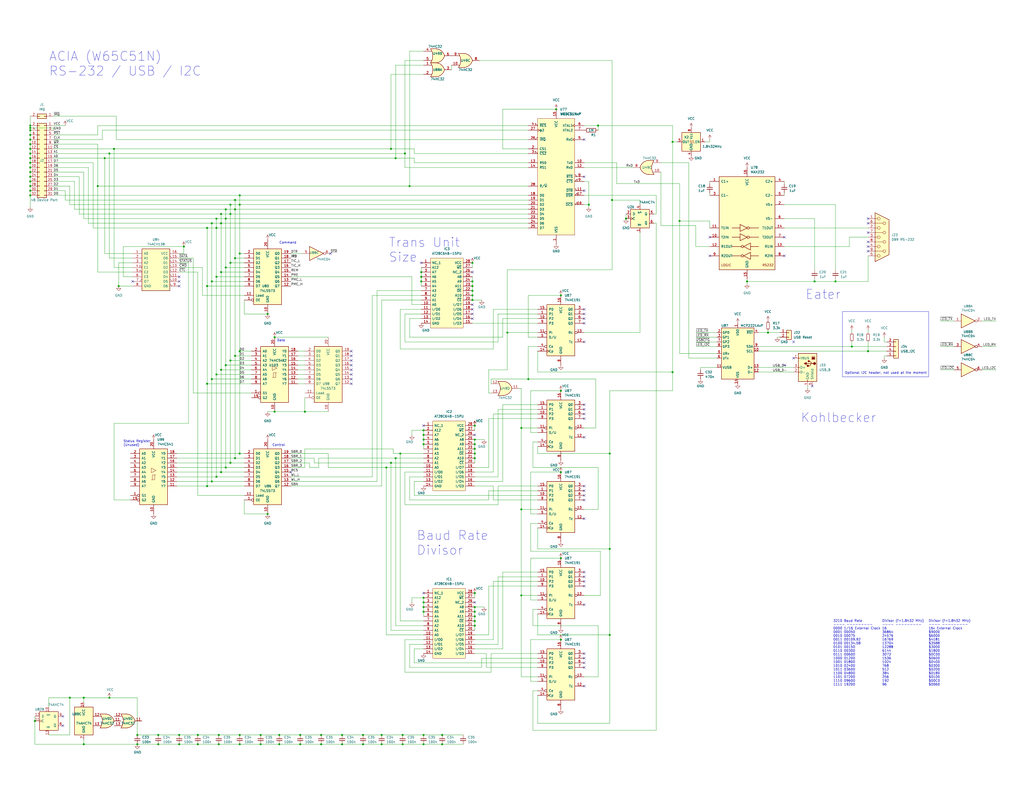
<source format=kicad_sch>
(kicad_sch (version 20230121) (generator eeschema)
  (paper "C")
  (title_block (title "ACIA + DSR Countdown Timer") (date "2023-07-07") (comment 4 "Alan Canon"))
  (junction (at 62.23 81.28))
  (junction (at 16.51 96.52))
  (junction (at 45.72 381))
  (junction (at 231.14 328.93))
  (junction (at 16.51 86.36))
  (junction (at 149.86 224.79))
  (junction (at 57.15 86.36))
  (junction (at 123.19 255.27))
  (junction (at 16.51 83.82))
  (junction (at 231.14 326.39))
  (junction (at 16.51 91.44))
  (junction (at 332.74 299.72))
  (junction (at 130.81 247.65))
  (junction (at 113.03 209.55))
  (junction (at 218.44 247.65))
  (junction (at 16.51 73.66))
  (junction (at 257.81 153.67))
  (junction (at 74.93 406.4))
  (junction (at 16.51 76.2))
  (junction (at 149.86 184.15))
  (junction (at 231.14 240.03))
  (junction (at 86.36 406.4))
  (junction (at 464.82 189.23))
  (junction (at 284.48 278.13))
  (junction (at 100.33 134.62))
  (junction (at 257.81 143.51))
  (junction (at 303.53 59.69))
  (junction (at 59.69 83.82))
  (junction (at 259.08 242.57))
  (junction (at 118.11 119.38))
  (junction (at 231.14 406.4))
  (junction (at 142.24 401.32))
  (junction (at 130.81 406.4))
  (junction (at 231.14 234.95))
  (junction (at 128.27 140.97))
  (junction (at 130.81 106.68))
  (junction (at 455.93 153.67))
  (junction (at 334.01 109.22))
  (junction (at 259.08 339.09))
  (junction (at 419.1 181.61))
  (junction (at 259.08 245.11))
  (junction (at 130.81 111.76))
  (junction (at 115.57 121.92))
  (junction (at 257.81 158.75))
  (junction (at 120.65 121.92))
  (junction (at 259.08 240.03))
  (junction (at 259.08 336.55))
  (junction (at 130.81 401.32))
  (junction (at 123.19 114.3))
  (junction (at 306.07 304.8))
  (junction (at 120.65 201.93))
  (junction (at 152.4 406.4))
  (junction (at 97.79 406.4))
  (junction (at 118.11 260.35))
  (junction (at 115.57 262.89))
  (junction (at 210.82 255.27))
  (junction (at 367.03 77.47))
  (junction (at 231.14 334.01))
  (junction (at 119.38 401.32))
  (junction (at 306.07 257.81))
  (junction (at 473.71 191.77))
  (junction (at 259.08 323.85))
  (junction (at 107.95 401.32))
  (junction (at 107.95 406.4))
  (junction (at 119.38 406.4))
  (junction (at 16.51 78.74))
  (junction (at 276.86 181.61))
  (junction (at 16.51 106.68))
  (junction (at 175.26 406.4))
  (junction (at 16.51 104.14))
  (junction (at 130.81 191.77))
  (junction (at 120.65 257.81))
  (junction (at 186.69 406.4))
  (junction (at 220.98 83.82))
  (junction (at 257.81 163.83))
  (junction (at 215.9 86.36))
  (junction (at 125.73 143.51))
  (junction (at 163.83 406.4))
  (junction (at 208.28 401.32))
  (junction (at 198.12 406.4))
  (junction (at 19.05 393.7))
  (junction (at 259.08 331.47))
  (junction (at 367.03 203.2))
  (junction (at 259.08 250.19))
  (junction (at 231.14 242.57))
  (junction (at 16.51 81.28))
  (junction (at 288.29 207.01))
  (junction (at 332.74 247.65))
  (junction (at 123.19 119.38))
  (junction (at 128.27 109.22))
  (junction (at 16.51 101.6))
  (junction (at 123.19 199.39))
  (junction (at 208.28 406.4))
  (junction (at 113.03 156.21))
  (junction (at 125.73 252.73))
  (junction (at 257.81 161.29))
  (junction (at 259.08 232.41))
  (junction (at 118.11 204.47))
  (junction (at 128.27 114.3))
  (junction (at 321.31 111.76))
  (junction (at 444.5 153.67))
  (junction (at 120.65 148.59))
  (junction (at 231.14 401.32))
  (junction (at 45.72 406.4))
  (junction (at 16.51 69.85))
  (junction (at 16.51 99.06))
  (junction (at 115.57 207.01))
  (junction (at 284.48 325.12))
  (junction (at 306.07 161.29))
  (junction (at 125.73 116.84))
  (junction (at 215.9 250.19))
  (junction (at 59.69 381))
  (junction (at 123.19 146.05))
  (junction (at 341.63 119.38))
  (junction (at 229.87 148.59))
  (junction (at 166.37 224.79))
  (junction (at 259.08 341.63))
  (junction (at 125.73 196.85))
  (junction (at 259.08 334.01))
  (junction (at 53.34 101.6))
  (junction (at 175.26 401.32))
  (junction (at 118.11 124.46))
  (junction (at 38.1 381))
  (junction (at 130.81 138.43))
  (junction (at 128.27 194.31))
  (junction (at 16.51 93.98))
  (junction (at 115.57 153.67))
  (junction (at 64.77 156.21))
  (junction (at 407.67 153.67))
  (junction (at 113.03 124.46))
  (junction (at 146.05 280.67))
  (junction (at 332.74 346.71))
  (junction (at 142.24 406.4))
  (junction (at 113.03 265.43))
  (junction (at 186.69 401.32))
  (junction (at 97.79 401.32))
  (junction (at 125.73 111.76))
  (junction (at 86.36 401.32))
  (junction (at 257.81 156.21))
  (junction (at 326.39 68.58))
  (junction (at 370.84 120.65))
  (junction (at 229.87 151.13))
  (junction (at 213.36 81.28))
  (junction (at 241.3 406.4))
  (junction (at 213.36 252.73))
  (junction (at 16.51 88.9))
  (junction (at 219.71 401.32))
  (junction (at 241.3 401.32))
  (junction (at 306.07 213.36))
  (junction (at 152.4 401.32))
  (junction (at 231.14 331.47))
  (junction (at 120.65 116.84))
  (junction (at 128.27 250.19))
  (junction (at 146.05 171.45))
  (junction (at 198.12 401.32))
  (junction (at 16.51 68.58))
  (junction (at 16.51 71.12))
  (junction (at 259.08 247.65))
  (junction (at 219.71 406.4))
  (junction (at 118.11 151.13))
  (junction (at 163.83 401.32))
  (junction (at 223.52 101.6))
  (junction (at 74.93 401.32))
  (junction (at 229.87 153.67))
  (junction (at 306.07 349.25))
  (junction (at 284.48 233.68))
  (junction (at 231.14 237.49))
  (no_connect (at 191.77 199.39))
  (no_connect (at 433.07 195.58))
  (no_connect (at 180.34 138.43))
  (no_connect (at 387.35 139.7))
  (no_connect (at 257.81 148.59))
  (no_connect (at 318.77 270.51))
  (no_connect (at 318.77 223.52))
  (no_connect (at 72.39 153.67))
  (no_connect (at 257.81 168.91))
  (no_connect (at 191.77 209.55))
  (no_connect (at 97.79 156.21))
  (no_connect (at 231.14 232.41))
  (no_connect (at 318.77 176.53))
  (no_connect (at 257.81 171.45))
  (no_connect (at 318.77 320.04))
  (no_connect (at 318.77 330.2))
  (no_connect (at 191.77 201.93))
  (no_connect (at 191.77 196.85))
  (no_connect (at 318.77 96.52))
  (no_connect (at 231.14 323.85))
  (no_connect (at 318.77 314.96))
  (no_connect (at 473.71 132.08))
  (no_connect (at 318.77 267.97))
  (no_connect (at 473.71 134.62))
  (no_connect (at 318.77 265.43))
  (no_connect (at 318.77 220.98))
  (no_connect (at 318.77 364.49))
  (no_connect (at 318.77 312.42))
  (no_connect (at 473.71 121.92))
  (no_connect (at 387.35 129.54))
  (no_connect (at 257.81 166.37))
  (no_connect (at 191.77 194.31))
  (no_connect (at 318.77 226.06))
  (no_connect (at 318.77 317.5))
  (no_connect (at 318.77 173.99))
  (no_connect (at 318.77 76.2))
  (no_connect (at 97.79 153.67))
  (no_connect (at 318.77 228.6))
  (no_connect (at 318.77 171.45))
  (no_connect (at 427.99 129.54))
  (no_connect (at 191.77 207.01))
  (no_connect (at 318.77 186.69))
  (no_connect (at 443.23 210.82))
  (no_connect (at 318.77 283.21))
  (no_connect (at 318.77 361.95))
  (no_connect (at 318.77 374.65))
  (no_connect (at 259.08 328.93))
  (no_connect (at 318.77 356.87))
  (no_connect (at 318.77 168.91))
  (no_connect (at 427.99 199.39))
  (no_connect (at 318.77 273.05))
  (no_connect (at 229.87 143.51))
  (no_connect (at 97.79 151.13))
  (no_connect (at 473.71 119.38))
  (no_connect (at 191.77 191.77))
  (no_connect (at 433.07 186.69))
  (no_connect (at 158.75 257.81))
  (no_connect (at 34.29 391.16))
  (no_connect (at 473.71 137.16))
  (no_connect (at 191.77 204.47))
  (no_connect (at 34.29 396.24))
  (no_connect (at 318.77 238.76))
  (no_connect (at 427.99 139.7))
  (no_connect (at 259.08 237.49))
  (no_connect (at 318.77 359.41))
  (no_connect (at 473.71 127))
  (no_connect (at 318.77 104.14))
  (no_connect (at 257.81 173.99))
  (polyline (pts (xy 459.74 205.74) (xy 506.73 205.74)))
  (wire (pts (xy 318.77 99.06) (xy 321.31 99.06)))
  (wire (pts (xy 444.5 119.38) (xy 444.5 147.32)))
  (wire (pts (xy 284.48 325.12) (xy 284.48 369.57)))
  (wire (pts (xy 215.9 250.19) (xy 231.14 250.19)))
  (wire (pts (xy 427.99 105.41) (xy 427.99 106.68)))
  (wire (pts (xy 226.06 88.9) (xy 288.29 88.9)))
  (wire (pts (xy 162.56 201.93) (xy 166.37 201.93)))
  (wire (pts (xy 62.23 231.14) (xy 62.23 273.05)))
  (wire (pts (xy 289.56 285.75) (xy 293.37 285.75)))
  (wire (pts (xy 53.34 101.6) (xy 53.34 148.59)))
  (wire (pts (xy 293.37 369.57) (xy 284.48 369.57)))
  (wire (pts (xy 473.71 191.77) (xy 473.71 186.69)))
  (wire (pts (xy 293.37 173.99) (xy 274.32 173.99)))
  (wire (pts (xy 220.98 349.25) (xy 220.98 367.03)))
  (wire (pts (xy 115.57 207.01) (xy 137.16 207.01)))
  (wire (pts (xy 86.36 406.4) (xy 97.79 406.4)))
  (wire (pts (xy 218.44 247.65) (xy 218.44 339.09)))
  (wire (pts (xy 226.06 81.28) (xy 213.36 81.28)))
  (wire (pts (xy 325.12 233.68) (xy 325.12 207.01)))
  (wire (pts (xy 259.08 334.01) (xy 259.08 336.55)))
  (wire (pts (xy 220.98 33.02) (xy 231.14 33.02)))
  (wire (pts (xy 259.08 262.89) (xy 274.32 262.89)))
  (wire (pts (xy 464.82 189.23) (xy 483.87 189.23)))
  (wire (pts (xy 120.65 116.84) (xy 125.73 116.84)))
  (wire (pts (xy 257.81 151.13) (xy 257.81 153.67)))
  (wire (pts (xy 163.83 401.32) (xy 175.26 401.32)))
  (wire (pts (xy 288.29 189.23) (xy 293.37 189.23)))
  (wire (pts (xy 293.37 314.96) (xy 271.78 314.96)))
  (wire (pts (xy 231.14 334.01) (xy 231.14 336.55)))
  (wire (pts (xy 16.51 71.12) (xy 16.51 73.66)))
  (wire (pts (xy 326.39 278.13) (xy 326.39 255.27)))
  (wire (pts (xy 57.15 86.36) (xy 57.15 138.43)))
  (wire (pts (xy 45.72 119.38) (xy 45.72 93.98)))
  (wire (pts (xy 293.37 299.72) (xy 293.37 288.29)))
  (wire (pts (xy 473.71 191.77) (xy 483.87 191.77)))
  (wire (pts (xy 326.39 369.57) (xy 326.39 341.63)))
  (wire (pts (xy 293.37 320.04) (xy 266.7 320.04)))
  (wire (pts (xy 336.55 88.9) (xy 336.55 100.33)))
  (wire (pts (xy 118.11 204.47) (xy 118.11 260.35)))
  (wire (pts (xy 427.99 124.46) (xy 473.71 124.46)))
  (wire (pts (xy 284.48 212.09) (xy 284.48 233.68)))
  (wire (pts (xy 55.88 76.2) (xy 29.21 76.2)))
  (wire (pts (xy 261.62 33.02) (xy 334.01 33.02)))
  (wire (pts (xy 427.99 134.62) (xy 463.55 134.62)))
  (wire (pts (xy 208.28 163.83) (xy 229.87 163.83)))
  (wire (pts (xy 220.98 367.03) (xy 267.97 367.03)))
  (wire (pts (xy 16.51 83.82) (xy 16.51 86.36)))
  (wire (pts (xy 102.87 143.51) (xy 102.87 231.14)))
  (wire (pts (xy 43.18 116.84) (xy 43.18 96.52)))
  (wire (pts (xy 367.03 203.2) (xy 367.03 213.36)))
  (wire (pts (xy 269.24 273.05) (xy 269.24 265.43)))
  (wire (pts (xy 113.03 156.21) (xy 133.35 156.21)))
  (wire (pts (xy 482.6 195.58) (xy 482.6 194.31)))
  (wire (pts (xy 63.5 63.5) (xy 63.5 76.2)))
  (wire (pts (xy 38.1 111.76) (xy 38.1 101.6)))
  (wire (pts (xy 266.7 214.63) (xy 267.97 214.63)))
  (wire (pts (xy 318.77 68.58) (xy 326.39 68.58)))
  (wire (pts (xy 220.98 186.69) (xy 271.78 186.69)))
  (wire (pts (xy 166.37 245.11) (xy 166.37 255.27)))
  (wire (pts (xy 293.37 226.06) (xy 269.24 226.06)))
  (wire (pts (xy 198.12 406.4) (xy 208.28 406.4)))
  (wire (pts (xy 289.56 236.22) (xy 289.56 213.36)))
  (wire (pts (xy 29.21 93.98) (xy 45.72 93.98)))
  (wire (pts (xy 269.24 317.5) (xy 269.24 349.25)))
  (wire (pts (xy 318.77 325.12) (xy 327.66 325.12)))
  (wire (pts (xy 166.37 224.79) (xy 149.86 224.79)))
  (wire (pts (xy 482.6 184.15) (xy 482.6 186.69)))
  (wire (pts (xy 118.11 124.46) (xy 288.29 124.46)))
  (wire (pts (xy 293.37 181.61) (xy 276.86 181.61)))
  (wire (pts (xy 133.35 140.97) (xy 128.27 140.97)))
  (wire (pts (xy 16.51 76.2) (xy 16.51 78.74)))
  (wire (pts (xy 257.81 153.67) (xy 257.81 156.21)))
  (wire (pts (xy 213.36 81.28) (xy 62.23 81.28)))
  (wire (pts (xy 128.27 140.97) (xy 128.27 194.31)))
  (wire (pts (xy 293.37 191.77) (xy 293.37 203.2)))
  (wire (pts (xy 271.78 171.45) (xy 293.37 171.45)))
  (wire (pts (xy 16.51 104.14) (xy 16.51 106.68)))
  (wire (pts (xy 35.56 68.58) (xy 29.21 68.58)))
  (wire (pts (xy 29.21 106.68) (xy 130.81 106.68)))
  (wire (pts (xy 48.26 121.92) (xy 115.57 121.92)))
  (wire (pts (xy 62.23 273.05) (xy 71.12 273.05)))
  (wire (pts (xy 133.35 280.67) (xy 146.05 280.67)))
  (wire (pts (xy 231.14 406.4) (xy 241.3 406.4)))
  (wire (pts (xy 266.7 201.93) (xy 266.7 214.63)))
  (wire (pts (xy 414.02 189.23) (xy 464.82 189.23)))
  (wire (pts (xy 358.14 121.92) (xy 356.87 121.92)))
  (wire (pts (xy 267.97 207.01) (xy 288.29 207.01)))
  (wire (pts (xy 259.08 339.09) (xy 259.08 341.63)))
  (wire (pts (xy 271.78 223.52) (xy 271.78 260.35)))
  (wire (pts (xy 45.72 406.4) (xy 74.93 406.4)))
  (wire (pts (xy 130.81 106.68) (xy 130.81 111.76)))
  (wire (pts (xy 16.51 88.9) (xy 16.51 91.44)))
  (wire (pts (xy 229.87 146.05) (xy 229.87 148.59)))
  (wire (pts (xy 259.08 331.47) (xy 264.16 331.47)))
  (wire (pts (xy 384.81 77.47) (xy 387.35 77.47)))
  (wire (pts (xy 226.06 81.28) (xy 226.06 83.82)))
  (wire (pts (xy 213.36 252.73) (xy 231.14 252.73)))
  (wire (pts (xy 149.86 224.79) (xy 146.05 224.79)))
  (wire (pts (xy 218.44 190.5) (xy 218.44 168.91)))
  (wire (pts (xy 120.65 148.59) (xy 120.65 121.92)))
  (wire (pts (xy 96.52 255.27) (xy 123.19 255.27)))
  (wire (pts (xy 229.87 151.13) (xy 229.87 153.67)))
  (wire (pts (xy 96.52 265.43) (xy 113.03 265.43)))
  (wire (pts (xy 419.1 181.61) (xy 414.02 181.61)))
  (wire (pts (xy 414.02 200.66) (xy 433.07 200.66)))
  (wire (pts (xy 115.57 121.92) (xy 120.65 121.92)))
  (wire (pts (xy 29.21 99.06) (xy 40.64 99.06)))
  (wire (pts (xy 119.38 406.4) (xy 130.81 406.4)))
  (wire (pts (xy 318.77 181.61) (xy 349.25 181.61)))
  (wire (pts (xy 387.35 99.06) (xy 387.35 100.33)))
  (wire (pts (xy 387.35 105.41) (xy 387.35 106.68)))
  (wire (pts (xy 74.93 406.4) (xy 86.36 406.4)))
  (wire (pts (xy 271.78 265.43) (xy 293.37 265.43)))
  (wire (pts (xy 257.81 176.53) (xy 293.37 176.53)))
  (wire (pts (xy 293.37 247.65) (xy 332.74 247.65)))
  (wire (pts (xy 213.36 40.64) (xy 213.36 81.28)))
  (wire (pts (xy 269.24 168.91) (xy 269.24 190.5)))
  (wire (pts (xy 321.31 111.76) (xy 321.31 113.03)))
  (wire (pts (xy 186.69 401.32) (xy 198.12 401.32)))
  (wire (pts (xy 407.67 153.67) (xy 407.67 154.94)))
  (wire (pts (xy 231.14 328.93) (xy 231.14 331.47)))
  (wire (pts (xy 162.56 207.01) (xy 166.37 207.01)))
  (wire (pts (xy 259.08 245.11) (xy 259.08 247.65)))
  (wire (pts (xy 123.19 119.38) (xy 123.19 114.3)))
  (wire (pts (xy 67.31 134.62) (xy 100.33 134.62)))
  (wire (pts (xy 19.05 393.7) (xy 19.05 406.4)))
  (wire (pts (xy 284.48 325.12) (xy 284.48 278.13)))
  (wire (pts (xy 133.35 161.29) (xy 110.49 161.29)))
  (wire (pts (xy 213.36 344.17) (xy 213.36 252.73)))
  (wire (pts (xy 43.18 116.84) (xy 120.65 116.84)))
  (wire (pts (xy 133.35 171.45) (xy 146.05 171.45)))
  (polyline (pts (xy 459.74 170.18) (xy 459.74 205.74)))
  (wire (pts (xy 40.64 114.3) (xy 40.64 99.06)))
  (wire (pts (xy 218.44 247.65) (xy 214.63 247.65)))
  (wire (pts (xy 257.81 143.51) (xy 257.81 146.05)))
  (wire (pts (xy 332.74 299.72) (xy 332.74 346.71)))
  (wire (pts (xy 102.87 231.14) (xy 62.23 231.14)))
  (wire (pts (xy 173.99 250.19) (xy 215.9 250.19)))
  (wire (pts (xy 168.91 252.73) (xy 158.75 252.73)))
  (wire (pts (xy 29.21 88.9) (xy 50.8 88.9)))
  (wire (pts (xy 50.8 124.46) (xy 50.8 88.9)))
  (wire (pts (xy 387.35 134.62) (xy 379.73 134.62)))
  (wire (pts (xy 128.27 109.22) (xy 128.27 114.3)))
  (wire (pts (xy 133.35 260.35) (xy 118.11 260.35)))
  (wire (pts (xy 327.66 300.99) (xy 289.56 300.99)))
  (wire (pts (xy 349.25 109.22) (xy 334.01 109.22)))
  (wire (pts (xy 293.37 327.66) (xy 289.56 327.66)))
  (wire (pts (xy 455.93 153.67) (xy 473.71 153.67)))
  (wire (pts (xy 74.93 381) (xy 74.93 401.32)))
  (wire (pts (xy 226.06 361.95) (xy 293.37 361.95)))
  (wire (pts (xy 205.74 158.75) (xy 205.74 262.89)))
  (wire (pts (xy 130.81 106.68) (xy 288.29 106.68)))
  (wire (pts (xy 163.83 406.4) (xy 175.26 406.4)))
  (wire (pts (xy 96.52 250.19) (xy 128.27 250.19)))
  (wire (pts (xy 210.82 346.71) (xy 210.82 255.27)))
  (wire (pts (xy 128.27 194.31) (xy 128.27 250.19)))
  (wire (pts (xy 284.48 278.13) (xy 284.48 233.68)))
  (wire (pts (xy 274.32 262.89) (xy 274.32 220.98)))
  (wire (pts (xy 74.93 401.32) (xy 86.36 401.32)))
  (wire (pts (xy 332.74 299.72) (xy 293.37 299.72)))
  (wire (pts (xy 266.7 228.6) (xy 266.7 255.27)))
  (wire (pts (xy 231.14 354.33) (xy 226.06 354.33)))
  (wire (pts (xy 259.08 331.47) (xy 259.08 334.01)))
  (wire (pts (xy 223.52 27.94) (xy 223.52 101.6)))
  (wire (pts (xy 326.39 68.58) (xy 367.03 68.58)))
  (wire (pts (xy 16.51 91.44) (xy 16.51 93.98)))
  (wire (pts (xy 231.14 234.95) (xy 224.79 234.95)))
  (wire (pts (xy 100.33 138.43) (xy 97.79 138.43)))
  (wire (pts (xy 290.83 255.27) (xy 290.83 241.3)))
  (wire (pts (xy 53.34 148.59) (xy 72.39 148.59)))
  (wire (pts (xy 290.83 332.74) (xy 293.37 332.74)))
  (wire (pts (xy 118.11 151.13) (xy 118.11 204.47)))
  (wire (pts (xy 158.75 151.13) (xy 224.79 151.13)))
  (wire (pts (xy 130.81 247.65) (xy 133.35 247.65)))
  (wire (pts (xy 29.21 101.6) (xy 38.1 101.6)))
  (wire (pts (xy 391.16 189.23) (xy 379.73 189.23)))
  (wire (pts (xy 257.81 161.29) (xy 257.81 163.83)))
  (wire (pts (xy 367.03 77.47) (xy 367.03 68.58)))
  (wire (pts (xy 271.78 186.69) (xy 271.78 171.45)))
  (wire (pts (xy 210.82 255.27) (xy 231.14 255.27)))
  (wire (pts (xy 293.37 394.97) (xy 293.37 379.73)))
  (wire (pts (xy 271.78 314.96) (xy 271.78 351.79)))
  (wire (pts (xy 123.19 199.39) (xy 123.19 255.27)))
  (wire (pts (xy 113.03 209.55) (xy 113.03 265.43)))
  (wire (pts (xy 360.68 88.9) (xy 375.92 88.9)))
  (wire (pts (xy 271.78 275.59) (xy 271.78 265.43)))
  (wire (pts (xy 59.69 83.82) (xy 220.98 83.82)))
  (wire (pts (xy 133.35 153.67) (xy 115.57 153.67)))
  (wire (pts (xy 274.32 312.42) (xy 293.37 312.42)))
  (wire (pts (xy 142.24 401.32) (xy 152.4 401.32)))
  (wire (pts (xy 53.34 78.74) (xy 53.34 101.6)))
  (wire (pts (xy 266.7 267.97) (xy 293.37 267.97)))
  (wire (pts (xy 535.94 175.26) (xy 543.56 175.26)))
  (wire (pts (xy 293.37 247.65) (xy 293.37 243.84)))
  (wire (pts (xy 45.72 381) (xy 59.69 381)))
  (wire (pts (xy 293.37 223.52) (xy 271.78 223.52)))
  (wire (pts (xy 349.25 111.76) (xy 349.25 109.22)))
  (wire (pts (xy 97.79 143.51) (xy 102.87 143.51)))
  (wire (pts (xy 257.81 156.21) (xy 257.81 158.75)))
  (wire (pts (xy 334.01 33.02) (xy 334.01 109.22)))
  (wire (pts (xy 513.08 201.93) (xy 520.7 201.93)))
  (wire (pts (xy 267.97 356.87) (xy 293.37 356.87)))
  (wire (pts (xy 152.4 406.4) (xy 163.83 406.4)))
  (wire (pts (xy 57.15 86.36) (xy 29.21 86.36)))
  (wire (pts (xy 267.97 356.87) (xy 267.97 367.03)))
  (wire (pts (xy 229.87 171.45) (xy 220.98 171.45)))
  (wire (pts (xy 96.52 262.89) (xy 115.57 262.89)))
  (wire (pts (xy 29.21 73.66) (xy 53.34 73.66)))
  (wire (pts (xy 113.03 156.21) (xy 113.03 209.55)))
  (wire (pts (xy 290.83 398.78) (xy 290.83 377.19)))
  (wire (pts (xy 179.07 224.79) (xy 166.37 224.79)))
  (wire (pts (xy 120.65 201.93) (xy 137.16 201.93)))
  (wire (pts (xy 276.86 201.93) (xy 266.7 201.93)))
  (wire (pts (xy 293.37 203.2) (xy 367.03 203.2)))
  (wire (pts (xy 231.14 240.03) (xy 231.14 242.57)))
  (wire (pts (xy 26.67 386.08) (xy 26.67 381)))
  (wire (pts (xy 336.55 100.33) (xy 370.84 100.33)))
  (wire (pts (xy 208.28 163.83) (xy 208.28 265.43)))
  (wire (pts (xy 259.08 255.27) (xy 266.7 255.27)))
  (wire (pts (xy 107.95 148.59) (xy 97.79 148.59)))
  (wire (pts (xy 274.32 354.33) (xy 274.32 312.42)))
  (wire (pts (xy 332.74 394.97) (xy 293.37 394.97)))
  (wire (pts (xy 133.35 146.05) (xy 123.19 146.05)))
  (wire (pts (xy 110.49 146.05) (xy 97.79 146.05)))
  (wire (pts (xy 274.32 220.98) (xy 293.37 220.98)))
  (wire (pts (xy 231.14 349.25) (xy 220.98 349.25)))
  (wire (pts (xy 224.79 166.37) (xy 229.87 166.37)))
  (wire (pts (xy 113.03 124.46) (xy 118.11 124.46)))
  (wire (pts (xy 262.89 359.41) (xy 293.37 359.41)))
  (wire (pts (xy 326.39 341.63) (xy 290.83 341.63)))
  (wire (pts (xy 171.45 252.73) (xy 213.36 252.73)))
  (wire (pts (xy 226.06 86.36) (xy 215.9 86.36)))
  (wire (pts (xy 120.65 201.93) (xy 120.65 257.81)))
  (wire (pts (xy 370.84 193.04) (xy 391.16 193.04)))
  (wire (pts (xy 358.14 106.68) (xy 318.77 106.68)))
  (wire (pts (xy 271.78 260.35) (xy 259.08 260.35)))
  (wire (pts (xy 358.14 398.78) (xy 290.83 398.78)))
  (wire (pts (xy 16.51 81.28) (xy 16.51 83.82)))
  (wire (pts (xy 223.52 364.49) (xy 262.89 364.49)))
  (wire (pts (xy 513.08 189.23) (xy 520.7 189.23)))
  (wire (pts (xy 370.84 120.65) (xy 387.35 120.65)))
  (wire (pts (xy 96.52 257.81) (xy 120.65 257.81)))
  (wire (pts (xy 40.64 114.3) (xy 123.19 114.3)))
  (wire (pts (xy 424.18 184.15) (xy 425.45 184.15)))
  (wire (pts (xy 186.69 406.4) (xy 198.12 406.4)))
  (wire (pts (xy 166.37 217.17) (xy 166.37 224.79)))
  (wire (pts (xy 130.81 138.43) (xy 130.81 191.77)))
  (wire (pts (xy 16.51 96.52) (xy 16.51 99.06)))
  (wire (pts (xy 293.37 228.6) (xy 266.7 228.6)))
  (wire (pts (xy 318.77 233.68) (xy 325.12 233.68)))
  (wire (pts (xy 276.86 181.61) (xy 276.86 201.93)))
  (wire (pts (xy 175.26 406.4) (xy 186.69 406.4)))
  (wire (pts (xy 29.21 104.14) (xy 35.56 104.14)))
  (wire (pts (xy 370.84 100.33) (xy 370.84 120.65)))
  (wire (pts (xy 130.81 191.77) (xy 130.81 247.65)))
  (wire (pts (xy 29.21 91.44) (xy 48.26 91.44)))
  (wire (pts (xy 220.98 91.44) (xy 288.29 91.44)))
  (wire (pts (xy 269.24 349.25) (xy 259.08 349.25)))
  (wire (pts (xy 115.57 121.92) (xy 115.57 153.67)))
  (wire (pts (xy 16.51 101.6) (xy 16.51 104.14)))
  (wire (pts (xy 259.08 240.03) (xy 264.16 240.03)))
  (wire (pts (xy 59.69 381) (xy 74.93 381)))
  (wire (pts (xy 513.08 175.26) (xy 520.7 175.26)))
  (wire (pts (xy 284.48 278.13) (xy 293.37 278.13)))
  (wire (pts (xy 289.56 280.67) (xy 289.56 257.81)))
  (wire (pts (xy 231.14 237.49) (xy 231.14 240.03)))
  (wire (pts (xy 269.24 257.81) (xy 259.08 257.81)))
  (wire (pts (xy 125.73 143.51) (xy 125.73 196.85)))
  (wire (pts (xy 215.9 86.36) (xy 57.15 86.36)))
  (wire (pts (xy 367.03 213.36) (xy 332.74 213.36)))
  (wire (pts (xy 215.9 35.56) (xy 231.14 35.56)))
  (wire (pts (xy 259.08 240.03) (xy 259.08 242.57)))
  (wire (pts (xy 231.14 344.17) (xy 213.36 344.17)))
  (wire (pts (xy 259.08 354.33) (xy 274.32 354.33)))
  (wire (pts (xy 334.01 109.22) (xy 334.01 147.32)))
  (wire (pts (xy 231.14 260.35) (xy 223.52 260.35)))
  (wire (pts (xy 387.35 120.65) (xy 387.35 124.46)))
  (wire (pts (xy 293.37 168.91) (xy 269.24 168.91)))
  (wire (pts (xy 107.95 406.4) (xy 119.38 406.4)))
  (wire (pts (xy 125.73 196.85) (xy 137.16 196.85)))
  (wire (pts (xy 125.73 196.85) (xy 125.73 252.73)))
  (wire (pts (xy 375.92 195.58) (xy 391.16 195.58)))
  (wire (pts (xy 231.14 257.81) (xy 220.98 257.81)))
  (wire (pts (xy 231.14 331.47) (xy 231.14 334.01)))
  (wire (pts (xy 274.32 59.69) (xy 303.53 59.69)))
  (wire (pts (xy 133.35 252.73) (xy 125.73 252.73)))
  (wire (pts (xy 16.51 69.85) (xy 16.51 71.12)))
  (wire (pts (xy 231.14 346.71) (xy 210.82 346.71)))
  (wire (pts (xy 53.34 78.74) (xy 29.21 78.74)))
  (wire (pts (xy 289.56 257.81) (xy 306.07 257.81)))
  (wire (pts (xy 379.73 134.62) (xy 379.73 123.19)))
  (wire (pts (xy 226.06 83.82) (xy 288.29 83.82)))
  (wire (pts (xy 107.95 270.51) (xy 133.35 270.51)))
  (wire (pts (xy 274.32 184.15) (xy 223.52 184.15)))
  (wire (pts (xy 367.03 77.47) (xy 369.57 77.47)))
  (wire (pts (xy 370.84 120.65) (xy 370.84 193.04)))
  (wire (pts (xy 19.05 406.4) (xy 45.72 406.4)))
  (wire (pts (xy 318.77 278.13) (xy 326.39 278.13)))
  (wire (pts (xy 120.65 148.59) (xy 120.65 201.93)))
  (wire (pts (xy 215.9 250.19) (xy 215.9 341.63)))
  (wire (pts (xy 162.56 199.39) (xy 166.37 199.39)))
  (wire (pts (xy 53.34 68.58) (xy 288.29 68.58)))
  (wire (pts (xy 326.39 255.27) (xy 290.83 255.27)))
  (wire (pts (xy 284.48 212.09) (xy 283.21 212.09)))
  (wire (pts (xy 107.95 401.32) (xy 119.38 401.32)))
  (wire (pts (xy 241.3 401.32) (xy 252.73 401.32)))
  (wire (pts (xy 229.87 153.67) (xy 229.87 156.21)))
  (wire (pts (xy 414.02 203.2) (xy 433.07 203.2)))
  (wire (pts (xy 113.03 124.46) (xy 50.8 124.46)))
  (wire (pts (xy 367.03 77.47) (xy 367.03 203.2)))
  (wire (pts (xy 358.14 116.84) (xy 358.14 106.68)))
  (wire (pts (xy 229.87 148.59) (xy 229.87 151.13)))
  (wire (pts (xy 464.82 181.61) (xy 464.82 180.34)))
  (wire (pts (xy 226.06 86.36) (xy 226.06 88.9)))
  (wire (pts (xy 162.56 209.55) (xy 166.37 209.55)))
  (wire (pts (xy 59.69 83.82) (xy 59.69 140.97)))
  (wire (pts (xy 100.33 134.62) (xy 100.33 138.43)))
  (wire (pts (xy 162.56 191.77) (xy 166.37 191.77)))
  (wire (pts (xy 427.99 111.76) (xy 455.93 111.76)))
  (wire (pts (xy 133.35 273.05) (xy 133.35 280.67)))
  (wire (pts (xy 130.81 111.76) (xy 288.29 111.76)))
  (wire (pts (xy 125.73 116.84) (xy 288.29 116.84)))
  (wire (pts (xy 64.77 156.21) (xy 72.39 156.21)))
  (wire (pts (xy 231.14 351.79) (xy 223.52 351.79)))
  (wire (pts (xy 72.39 143.51) (xy 64.77 143.51)))
  (wire (pts (xy 16.51 99.06) (xy 16.51 101.6)))
  (wire (pts (xy 289.56 349.25) (xy 306.07 349.25)))
  (wire (pts (xy 133.35 163.83) (xy 133.35 171.45)))
  (wire (pts (xy 158.75 250.19) (xy 171.45 250.19)))
  (wire (pts (xy 35.56 109.22) (xy 35.56 104.14)))
  (wire (pts (xy 128.27 109.22) (xy 288.29 109.22)))
  (wire (pts (xy 473.71 139.7) (xy 473.71 153.67)))
  (wire (pts (xy 290.83 341.63) (xy 290.83 332.74)))
  (wire (pts (xy 26.67 381) (xy 38.1 381)))
  (wire (pts (xy 26.67 401.32) (xy 38.1 401.32)))
  (wire (pts (xy 175.26 401.32) (xy 186.69 401.32)))
  (wire (pts (xy 123.19 146.05) (xy 123.19 119.38)))
  (wire (pts (xy 16.51 69.85) (xy 29.21 69.85)))
  (wire (pts (xy 123.19 114.3) (xy 128.27 114.3)))
  (wire (pts (xy 226.06 270.51) (xy 293.37 270.51)))
  (wire (pts (xy 289.56 300.99) (xy 289.56 285.75)))
  (wire (pts (xy 269.24 190.5) (xy 218.44 190.5)))
  (wire (pts (xy 349.25 127) (xy 349.25 181.61)))
  (wire (pts (xy 171.45 250.19) (xy 171.45 252.73)))
  (wire (pts (xy 419.1 181.61) (xy 425.45 181.61)))
  (wire (pts (xy 259.08 323.85) (xy 259.08 326.39)))
  (wire (pts (xy 444.5 153.67) (xy 455.93 153.67)))
  (wire (pts (xy 289.56 213.36) (xy 306.07 213.36)))
  (wire (pts (xy 259.08 232.41) (xy 259.08 234.95)))
  (wire (pts (xy 152.4 401.32) (xy 163.83 401.32)))
  (wire (pts (xy 19.05 391.16) (xy 19.05 393.7)))
  (wire (pts (xy 38.1 111.76) (xy 125.73 111.76)))
  (wire (pts (xy 115.57 207.01) (xy 115.57 262.89)))
  (wire (pts (xy 318.77 88.9) (xy 336.55 88.9)))
  (wire (pts (xy 325.12 207.01) (xy 288.29 207.01)))
  (wire (pts (xy 226.06 354.33) (xy 226.06 361.95)))
  (wire (pts (xy 97.79 140.97) (xy 105.41 140.97)))
  (wire (pts (xy 97.79 406.4) (xy 107.95 406.4)))
  (wire (pts (xy 16.51 93.98) (xy 16.51 96.52)))
  (polyline (pts (xy 506.73 205.74) (xy 506.73 170.18)))
  (wire (pts (xy 444.5 152.4) (xy 444.5 153.67)))
  (wire (pts (xy 419.1 180.34) (xy 419.1 181.61)))
  (wire (pts (xy 262.89 359.41) (xy 262.89 364.49)))
  (wire (pts (xy 118.11 204.47) (xy 137.16 204.47)))
  (wire (pts (xy 274.32 173.99) (xy 274.32 184.15)))
  (wire (pts (xy 29.21 69.85) (xy 29.21 71.12)))
  (wire (pts (xy 220.98 33.02) (xy 220.98 83.82)))
  (wire (pts (xy 166.37 245.11) (xy 214.63 245.11)))
  (wire (pts (xy 96.52 247.65) (xy 130.81 247.65)))
  (wire (pts (xy 482.6 194.31) (xy 483.87 194.31)))
  (wire (pts (xy 29.21 83.82) (xy 59.69 83.82)))
  (wire (pts (xy 332.74 346.71) (xy 332.74 394.97)))
  (wire (pts (xy 223.52 351.79) (xy 223.52 364.49)))
  (wire (pts (xy 259.08 341.63) (xy 259.08 344.17)))
  (wire (pts (xy 288.29 71.12) (xy 55.88 71.12)))
  (wire (pts (xy 105.41 140.97) (xy 105.41 214.63)))
  (wire (pts (xy 293.37 236.22) (xy 289.56 236.22)))
  (wire (pts (xy 53.34 73.66) (xy 53.34 68.58)))
  (wire (pts (xy 29.21 96.52) (xy 43.18 96.52)))
  (wire (pts (xy 118.11 119.38) (xy 123.19 119.38)))
  (wire (pts (xy 229.87 158.75) (xy 205.74 158.75)))
  (wire (pts (xy 119.38 401.32) (xy 130.81 401.32)))
  (wire (pts (xy 318.77 369.57) (xy 326.39 369.57)))
  (wire (pts (xy 293.37 372.11) (xy 289.56 372.11)))
  (wire (pts (xy 220.98 171.45) (xy 220.98 186.69)))
  (wire (pts (xy 220.98 83.82) (xy 220.98 91.44)))
  (wire (pts (xy 118.11 124.46) (xy 118.11 151.13)))
  (wire (pts (xy 165.1 138.43) (xy 158.75 138.43)))
  (wire (pts (xy 219.71 401.32) (xy 231.14 401.32)))
  (wire (pts (xy 265.43 364.49) (xy 265.43 356.87)))
  (wire (pts (xy 57.15 138.43) (xy 72.39 138.43)))
  (wire (pts (xy 391.16 184.15) (xy 379.73 184.15)))
  (wire (pts (xy 288.29 76.2) (xy 63.5 76.2)))
  (wire (pts (xy 223.52 260.35) (xy 223.52 273.05)))
  (wire (pts (xy 266.7 273.05) (xy 266.7 267.97)))
  (wire (pts (xy 360.68 123.19) (xy 379.73 123.19)))
  (wire (pts (xy 208.28 401.32) (xy 219.71 401.32)))
  (wire (pts (xy 128.27 194.31) (xy 137.16 194.31)))
  (wire (pts (xy 241.3 406.4) (xy 252.73 406.4)))
  (wire (pts (xy 16.51 73.66) (xy 16.51 76.2)))
  (wire (pts (xy 55.88 71.12) (xy 55.88 76.2)))
  (wire (pts (xy 318.77 111.76) (xy 321.31 111.76)))
  (wire (pts (xy 162.56 204.47) (xy 166.37 204.47)))
  (wire (pts (xy 224.79 234.95) (xy 224.79 237.49)))
  (wire (pts (xy 179.07 255.27) (xy 210.82 255.27)))
  (wire (pts (xy 130.81 401.32) (xy 142.24 401.32)))
  (wire (pts (xy 231.14 326.39) (xy 224.79 326.39)))
  (wire (pts (xy 293.37 317.5) (xy 269.24 317.5)))
  (wire (pts (xy 198.12 401.32) (xy 208.28 401.32)))
  (wire (pts (xy 107.95 148.59) (xy 107.95 270.51)))
  (wire (pts (xy 293.37 184.15) (xy 288.29 184.15)))
  (wire (pts (xy 125.73 116.84) (xy 125.73 111.76)))
  (wire (pts (xy 223.52 173.99) (xy 229.87 173.99)))
  (wire (pts (xy 48.26 91.44) (xy 48.26 121.92)))
  (wire (pts (xy 16.51 86.36) (xy 16.51 88.9)))
  (wire (pts (xy 203.2 161.29) (xy 203.2 260.35)))
  (wire (pts (xy 105.41 214.63) (xy 137.16 214.63)))
  (wire (pts (xy 86.36 401.32) (xy 97.79 401.32)))
  (wire (pts (xy 284.48 325.12) (xy 293.37 325.12)))
  (wire (pts (xy 358.14 121.92) (xy 358.14 398.78)))
  (wire (pts (xy 45.72 403.86) (xy 45.72 406.4)))
  (wire (pts (xy 293.37 273.05) (xy 269.24 273.05)))
  (wire (pts (xy 142.24 406.4) (xy 152.4 406.4)))
  (wire (pts (xy 332.74 346.71) (xy 293.37 346.71)))
  (wire (pts (xy 214.63 245.11) (xy 214.63 247.65)))
  (wire (pts (xy 45.72 383.54) (xy 45.72 381)))
  (wire (pts (xy 133.35 143.51) (xy 125.73 143.51)))
  (wire (pts (xy 133.35 257.81) (xy 120.65 257.81)))
  (wire (pts (xy 427.99 99.06) (xy 427.99 100.33)))
  (wire (pts (xy 463.55 134.62) (xy 463.55 129.54)))
  (wire (pts (xy 332.74 213.36) (xy 332.74 247.65)))
  (wire (pts (xy 290.83 377.19) (xy 293.37 377.19)))
  (wire (pts (xy 231.14 234.95) (xy 231.14 237.49)))
  (wire (pts (xy 168.91 255.27) (xy 168.91 252.73)))
  (wire (pts (xy 173.99 250.19) (xy 173.99 255.27)))
  (wire (pts (xy 259.08 346.71) (xy 266.7 346.71)))
  (wire (pts (xy 123.19 199.39) (xy 137.16 199.39)))
  (wire (pts (xy 96.52 260.35) (xy 118.11 260.35)))
  (wire (pts (xy 265.43 356.87) (xy 259.08 356.87)))
  (wire (pts (xy 115.57 153.67) (xy 115.57 207.01)))
  (wire (pts (xy 259.08 250.19) (xy 259.08 252.73)))
  (wire (pts (xy 289.56 372.11) (xy 289.56 349.25)))
  (wire (pts (xy 64.77 143.51) (xy 64.77 156.21)))
  (wire (pts (xy 290.83 241.3) (xy 293.37 241.3)))
  (wire (pts (xy 463.55 129.54) (xy 473.71 129.54)))
  (wire (pts (xy 535.94 189.23) (xy 543.56 189.23)))
  (wire (pts (xy 267.97 207.01) (xy 267.97 209.55)))
  (wire (pts (xy 231.14 242.57) (xy 231.14 245.11)))
  (wire (pts (xy 67.31 151.13) (xy 67.31 134.62)))
  (wire (pts (xy 375.92 88.9) (xy 375.92 195.58)))
  (wire (pts (xy 231.14 339.09) (xy 218.44 339.09)))
  (wire (pts (xy 162.56 196.85) (xy 166.37 196.85)))
  (wire (pts (xy 29.21 63.5) (xy 63.5 63.5)))
  (wire (pts (xy 223.52 184.15) (xy 223.52 173.99)))
  (wire (pts (xy 97.79 401.32) (xy 107.95 401.32)))
  (wire (pts (xy 133.35 250.19) (xy 128.27 250.19)))
  (wire (pts (xy 332.74 247.65) (xy 332.74 299.72)))
  (wire (pts (xy 72.39 151.13) (xy 67.31 151.13)))
  (wire (pts (xy 173.99 255.27) (xy 168.91 255.27)))
  (wire (pts (xy 269.24 265.43) (xy 259.08 265.43)))
  (wire (pts (xy 203.2 161.29) (xy 229.87 161.29)))
  (wire (pts (xy 321.31 99.06) (xy 321.31 111.76)))
  (wire (pts (xy 482.6 186.69) (xy 483.87 186.69)))
  (wire (pts (xy 284.48 233.68) (xy 293.37 233.68)))
  (wire (pts (xy 293.37 364.49) (xy 265.43 364.49)))
  (wire (pts (xy 133.35 138.43) (xy 130.81 138.43)))
  (wire (pts (xy 219.71 406.4) (xy 231.14 406.4)))
  (wire (pts (xy 293.37 346.71) (xy 293.37 335.28)))
  (wire (pts (xy 259.08 242.57) (xy 259.08 245.11)))
  (wire (pts (xy 387.35 76.2) (xy 387.35 77.47)))
  (wire (pts (xy 62.23 81.28) (xy 62.23 146.05)))
  (wire (pts (xy 293.37 280.67) (xy 289.56 280.67)))
  (wire (pts (xy 179.07 184.15) (xy 149.86 184.15)))
  (wire (pts (xy 356.87 116.84) (xy 358.14 116.84)))
  (wire (pts (xy 179.07 247.65) (xy 179.07 255.27)))
  (wire (pts (xy 59.69 140.97) (xy 72.39 140.97)))
  (wire (pts (xy 16.51 63.5) (xy 16.51 68.58)))
  (wire (pts (xy 464.82 189.23) (xy 464.82 186.69)))
  (wire (pts (xy 220.98 275.59) (xy 271.78 275.59)))
  (wire (pts (xy 259.08 336.55) (xy 259.08 339.09)))
  (wire (pts (xy 213.36 40.64) (xy 231.14 40.64)))
  (wire (pts (xy 327.66 325.12) (xy 327.66 300.99)))
  (wire (pts (xy 128.27 114.3) (xy 288.29 114.3)))
  (wire (pts (xy 223.52 273.05) (xy 266.7 273.05)))
  (wire (pts (xy 288.29 189.23) (xy 288.29 207.01)))
  (wire (pts (xy 274.32 59.69) (xy 274.32 81.28)))
  (wire (pts (xy 162.56 194.31) (xy 166.37 194.31)))
  (wire (pts (xy 125.73 111.76) (xy 130.81 111.76)))
  (wire (pts (xy 158.75 255.27) (xy 166.37 255.27)))
  (wire (pts (xy 288.29 161.29) (xy 306.07 161.29)))
  (wire (pts (xy 133.35 151.13) (xy 118.11 151.13)))
  (wire (pts (xy 289.56 304.8) (xy 306.07 304.8)))
  (wire (pts (xy 382.27 200.66) (xy 391.16 200.66)))
  (wire (pts (xy 231.14 341.63) (xy 215.9 341.63)))
  (wire (pts (xy 414.02 191.77) (xy 473.71 191.77)))
  (wire (pts (xy 535.94 201.93) (xy 543.56 201.93)))
  (wire (pts (xy 473.71 181.61) (xy 473.71 180.34)))
  (wire (pts (xy 215.9 35.56) (xy 215.9 86.36)))
  (wire (pts (xy 158.75 265.43) (xy 208.28 265.43)))
  (wire (pts (xy 220.98 257.81) (xy 220.98 275.59)))
  (wire (pts (xy 427.99 119.38) (xy 444.5 119.38)))
  (wire (pts (xy 259.08 247.65) (xy 259.08 250.19)))
  (wire (pts (xy 318.77 91.44) (xy 345.44 91.44)))
  (wire (pts (xy 120.65 121.92) (xy 288.29 121.92)))
  (wire (pts (xy 130.81 191.77) (xy 137.16 191.77)))
  (wire (pts (xy 455.93 111.76) (xy 455.93 147.32)))
  (wire (pts (xy 53.34 101.6) (xy 223.52 101.6)))
  (wire (pts (xy 246.38 35.56) (xy 246.38 38.1)))
  (wire (pts (xy 110.49 161.29) (xy 110.49 146.05)))
  (wire (pts (xy 118.11 119.38) (xy 45.72 119.38)))
  (wire (pts (xy 123.19 146.05) (xy 123.19 199.39)))
  (wire (pts (xy 130.81 111.76) (xy 130.81 138.43)))
  (wire (pts (xy 231.14 401.32) (xy 241.3 401.32)))
  (wire (pts (xy 360.68 93.98) (xy 360.68 123.19)))
  (wire (pts (xy 16.51 78.74) (xy 16.51 81.28)))
  (wire (pts (xy 133.35 148.59) (xy 120.65 148.59)))
  (wire (pts (xy 224.79 151.13) (xy 224.79 166.37)))
  (wire (pts (xy 218.44 168.91) (xy 229.87 168.91)))
  (wire (pts (xy 158.75 262.89) (xy 205.74 262.89)))
  (wire (pts (xy 123.19 119.38) (xy 288.29 119.38)))
  (wire (pts (xy 269.24 226.06) (xy 269.24 257.81)))
  (wire (pts (xy 133.35 255.27) (xy 123.19 255.27)))
  (wire (pts (xy 223.52 101.6) (xy 288.29 101.6)))
  (wire (pts (xy 289.56 327.66) (xy 289.56 304.8)))
  (wire (pts (xy 38.1 401.32) (xy 38.1 381)))
  (wire (pts (xy 223.52 27.94) (xy 231.14 27.94)))
  (polyline (pts (xy 459.74 170.18) (xy 506.73 170.18)))
  (wire (pts (xy 62.23 146.05) (xy 72.39 146.05)))
  (wire (pts (xy 257.81 158.75) (xy 257.81 161.29)))
  (wire (pts (xy 113.03 209.55) (xy 137.16 209.55)))
  (wire (pts (xy 231.14 247.65) (xy 218.44 247.65)))
  (wire (pts (xy 379.73 181.61) (xy 391.16 181.61)))
  (wire (pts (xy 128.27 114.3) (xy 128.27 140.97)))
  (wire (pts (xy 276.86 181.61) (xy 276.86 147.32)))
  (wire (pts (xy 125.73 143.51) (xy 125.73 116.84)))
  (wire (pts (xy 96.52 252.73) (xy 125.73 252.73)))
  (wire (pts (xy 257.81 163.83) (xy 262.89 163.83)))
  (wire (pts (xy 288.29 81.28) (xy 274.32 81.28)))
  (wire (pts (xy 29.21 81.28) (xy 62.23 81.28)))
  (wire (pts (xy 208.28 406.4) (xy 219.71 406.4)))
  (wire (pts (xy 391.16 186.69) (xy 379.73 186.69)))
  (wire (pts (xy 231.14 262.89) (xy 226.06 262.89)))
  (wire (pts (xy 16.51 68.58) (xy 16.51 69.85)))
  (wire (pts (xy 288.29 161.29) (xy 288.29 184.15)))
  (wire (pts (xy 382.27 200.66) (xy 382.27 201.93)))
  (wire (pts (xy 271.78 351.79) (xy 259.08 351.79)))
  (wire (pts (xy 341.63 116.84) (xy 341.63 119.38)))
  (wire (pts (xy 113.03 124.46) (xy 113.03 156.21)))
  (wire (pts (xy 334.01 147.32) (xy 276.86 147.32)))
  (wire (pts (xy 455.93 152.4) (xy 455.93 153.67)))
  (wire (pts (xy 224.79 326.39) (xy 224.79 328.93)))
  (wire (pts (xy 407.67 152.4) (xy 407.67 153.67)))
  (wire (pts (xy 326.39 68.58) (xy 326.39 71.12)))
  (wire (pts (xy 133.35 262.89) (xy 115.57 262.89)))
  (wire (pts (xy 16.51 113.03) (xy 16.51 106.68)))
  (wire (pts (xy 130.81 406.4) (xy 142.24 406.4)))
  (wire (pts (xy 118.11 119.38) (xy 118.11 124.46)))
  (wire (pts (xy 120.65 121.92) (xy 120.65 116.84)))
  (wire (pts (xy 226.06 262.89) (xy 226.06 270.51)))
  (wire (pts (xy 231.14 326.39) (xy 231.14 328.93)))
  (wire (pts (xy 444.5 153.67) (xy 407.67 153.67)))
  (wire (pts (xy 113.03 265.43) (xy 133.35 265.43)))
  (wire (pts (xy 266.7 320.04) (xy 266.7 346.71)))
  (wire (pts (xy 440.69 210.82) (xy 440.69 212.09)))
  (wire (pts (xy 128.27 109.22) (xy 35.56 109.22)))
  (wire (pts (xy 38.1 381) (xy 45.72 381)))
  (wire (pts (xy 158.75 260.35) (xy 203.2 260.35)))
  (wire (pts (xy 179.07 247.65) (xy 158.75 247.65)))
  (text "Data" (at 151.13 186.69 0) (effects (font (size 1.27 1.27)) (justify left bottom)))
  (text "Command" (at 152.4 133.35 0) (effects (font (size 1.27 1.27)) (justify left bottom)))
  (text "Eater" (at 439.42 163.83 0) (effects (font (size 5 5)) (justify left bottom)))
  (text "Status Register \n(Unused)\n" (at 67.31 243.84 0) (effects (font (size 1.27 1.27)) (justify left bottom)))
  (text "Divisor (f=1.8432 MHz)\n---- ---------\n16x External Clock\n$9000\n$6000\n$4181\n$3588\n$3000\n$1800\n$0C00\n$0600\n$0400\n$0300\n$0200\n$0180\n$0100\n$00C0\n$0060" (at 506.73 374.65 0) (effects (font (size 1.27 1.27)) (justify left bottom)))
  (text "Trans Unit\nSize" (at 212.09 143.51 0) (effects (font (size 5 5)) (justify left bottom)))
  (text "Divisor (f=1.8432 MHz)\n---- ---------\n16\n36864\n24576\n16769\n13704\n12288\n6144\n3072\n1536\n1024\n768\n512\n384\n256\n192\n96" (at 481.33 374.65 0) (effects (font (size 1.27 1.27)) (justify left bottom)))
  (text "Kohlbecker" (at 436.88 231.14 0) (effects (font (size 5 5)) (justify left bottom)))
  (text "Optional I2C header, not used at the moment" (at 461.01 204.47 0) (effects (font (size 1.27 1.27)) (justify left bottom)))
  (text "3210 Baud Rate\n---- ---------\n0000 1/16 External Clock\n0001 00050\n0010 00075\n0011 00109.92\n0100 00134.58\n0101 00150\n0110 00300\n0111 00600\n1000 01200\n1001 01800\n1010 02400\n1011 03600\n1100 04800\n1101 07200\n1110 09600\n1111 19200" (at 454.66 374.65 0) (effects (font (size 1.27 1.27)) (justify left bottom)))
  (text "Control" (at 148.59 243.84 0) (effects (font (size 1.27 1.27)) (justify left bottom)))
  (text "Baud Rate\nDivisor" (at 227.33 303.53 0) (effects (font (size 5 5)) (justify left bottom)))
  (text "ACIA (W65C51N)\nRS-232 / USB / I2C" (at 26.67 41.91 0) (effects (font (size 5 5)) (justify left bottom)))
  (label "D0" (at 133.35 191.77 180))
  (label "RxD" (at 345.44 91.44 180))
  (label "A0" (at 29.21 86.36 0))
  (label "D2" (at 29.21 101.6 0))
  (label "~{LED_TX}" (at 513.08 175.26 0))
  (label "D6" (at 133.35 207.01 180))
  (label "D3" (at 29.21 99.06 0))
  (label "LED_RX" (at 543.56 189.23 180))
  (label "D7" (at 29.21 88.9 0))
  (label "RCS" (at 158.75 257.81 0))
  (label "D4" (at 29.21 96.52 0))
  (label "A1" (at 29.21 83.82 0))
  (label "IRD" (at 158.75 140.97 0))
  (label "CLK" (at 29.21 76.2 0))
  (label "D1" (at 29.21 104.14 0))
  (label "~{USBCFG}" (at 379.73 186.69 0))
  (label "PME" (at 158.75 151.13 0))
  (label "TxD" (at 349.25 100.33 180))
  (label "D3" (at 133.35 199.39 180))
  (label "D7" (at 133.35 209.55 180))
  (label "~{STATUS}" (at 97.79 143.51 0))
  (label "VCC" (at 29.21 68.58 0))
  (label "GND" (at 29.21 71.12 0))
  (label "SBR_3" (at 158.75 255.27 0))
  (label "~{CS}" (at 29.21 81.28 0))
  (label "SBR_2" (at 158.75 252.73 0))
  (label "~{CTL}" (at 97.79 148.59 0))
  (label "D1" (at 133.35 194.31 180))
  (label "~{IRQ}" (at 29.21 63.5 0))
  (label "SBR_0" (at 158.75 247.65 0))
  (label "D5" (at 29.21 93.98 0))
  (label "~{CMD}" (at 97.79 146.05 0))
  (label "~{LED_I2C}" (at 513.08 201.93 0))
  (label "~{LED_RX}" (at 513.08 189.23 0))
  (label "WL_H" (at 158.75 262.89 0))
  (label "PMC_H" (at 158.75 156.21 0))
  (label "~{WR}" (at 29.21 78.74 0))
  (label "USB_D+" (at 421.64 200.66 0))
  (label "D0" (at 29.21 106.68 0))
  (label "LED_TX" (at 543.56 175.26 180))
  (label "D6" (at 29.21 91.44 0))
  (label "~{DATA}" (at 97.79 140.97 0))
  (label "SBN" (at 158.75 265.43 0))
  (label "D4" (at 133.35 201.93 180))
  (label "D2" (at 133.35 196.85 180))
  (label "D5" (at 133.35 204.47 180))
  (label "~{LED_I2C}" (at 379.73 189.23 0))
  (label "~{LED_RX}" (at 379.73 184.15 0))
  (label "TIC_H" (at 158.75 146.05 0))
  (label "PMC_L" (at 158.75 153.67 0))
  (label "~{LED_TX}" (at 379.73 181.61 0))
  (label "WL_L" (at 158.75 260.35 0))
  (label "REM" (at 158.75 148.59 0))
  (label "~{RST}" (at 29.21 73.66 0))
  (label "USB_D-" (at 421.64 203.2 0))
  (label "DTR" (at 158.75 138.43 0))
  (label "IRD" (at 158.75 140.97 0))
  (label "TIC_L" (at 158.75 143.51 0))
  (label "~{DTR}" (at 180.34 138.43 0))
  (label "LED_I2C" (at 543.56 201.93 180))
  (label "SBR_1" (at 158.75 250.19 0))
  (symbol (lib_id "Connector_Generic:Conn_01x04") (at 488.95 189.23 0) (unit 1)
    (property "Reference" "J34" (at 491.49 189.23 0) (effects (justify left)))
    (property "Value" "USB_I2C" (at 491.49 191.77 0) (effects (justify left)))
    (property "Footprint" "Connector_JST:JST_SH_SM04B-SRSS-TB_1x04-1MP_P1.00mm_Horizontal" (effects hide))
    (instances (project "Vega816" (path "" (reference "J34") (unit 1)) (path "" (reference "J13") (unit 1))) (project "System Devices" (path "" (reference "J30") (unit 1))))
  )
  (symbol (lib_id "74xx:74LS74") (at 349.25 119.38 0) (unit 1)
    (property "Reference" "U2" (at 344.17 113.03 0))
    (property "Value" "74AHC74" (at 353.06 110.49 0))
    (property "Footprint" "Package_DIP:DIP-14_W7.62mm" (effects hide))
    (property "Datasheet" "https://www.ti.com/lit/ds/symlink/sn74ahc74.pdf" (effects hide))
    (instances (project "Vega816" (path "" (reference "U2") (unit 1))) (project "breakout" (path "" (reference "U1") (unit 1))) (project "System Devices" (path "" (reference "U10") (unit 1)) (path "" (reference "U8") (unit 1))))
  )
  (symbol (lib_id "Device:C_Small") (at 142.24 403.86 0) (unit 1)
    (property "Reference" "C35" (at 144.78 402.5962 0) (effects (justify left)))
    (property "Value" "100n" (at 144.78 405.1362 0) (effects (justify left)))
    (instances (project "Vega816" (path "" (reference "C35") (unit 1)) (path "" (reference "C21") (unit 1))) (project "System Devices" (path "" (reference "C6") (unit 1))))
  )
  (symbol (lib_id "Vega816:AT28C64B-15PU") (at 229.87 143.51 0) (unit 1)
    (property "Reference" "IC3" (at 243.84 135.89 0))
    (property "Value" "AT28C64B-15PU" (at 243.84 138.43 0))
    (property "Footprint" "DIP1556W56P254L3702H483Q28N" (effects hide))
    (property "Datasheet" "http://www.atmel.com/images/doc0270.pdf" (effects hide))
    (property "Description" "AT28C64B-15PU, Parallel EEPROM Memory 64kbit, Parallel, 150ns 4.5  5.5 V, 28-Pin PDIP" (effects hide))
    (property "Height" "4.826" (effects hide))
    (property "Mouser Part Number" "556-AT28C64B15PU" (effects hide))
    (property "Mouser Price/Stock" "https://www.mouser.co.uk/ProductDetail/Microchip-Technology/AT28C64B-15PU?qs=2VKgqYuc3OvipbcAuBcLow%3D%3D" (effects hide))
    (property "Manufacturer_Name" "Microchip" (effects hide))
    (property "Manufacturer_Part_Number" "AT28C64B-15PU" (effects hide))
  )
  (symbol (lib_id "power:GND") (at 146.05 171.45 0) (unit 1)
    (property "Reference" "#PWR0124" (effects hide))
    (property "Value" "GND" (at 146.05 176.53 0))
    (instances (project "Vega816" (path "" (reference "#PWR0124") (unit 1)) (path "" (reference "#PWR0164") (unit 1))) (project "VIAPort" (path "" (reference "#PWR0124") (unit 1))) (project "System Devices" (path "" (reference "#PWR08") (unit 1)) (path "" (reference "#PWR033") (unit 1))))
  )
  (symbol (lib_id "Vega816:74HC541") (at 83.82 260.35 0) (unit 1)
    (property "Reference" "U99" (at 85.7759 240.03 0) (effects (justify left)))
    (property "Value" "74HC541" (at 85.7759 242.57 0) (effects (justify left)))
    (property "Footprint" "Package_DIP:DIP-20_W7.62mm_Socket" (effects hide))
    (property "Datasheet" "https://www.ti.com/lit/ds/symlink/sn74hc541.pdf" (effects hide))
  )
  (symbol (lib_id "power:VCC") (at 146.05 240.03 0) (unit 1)
    (property "Reference" "#PWR0123" (effects hide))
    (property "Value" "VCC" (at 148.59 237.49 0))
    (instances (project "Vega816" (path "" (reference "#PWR0123") (unit 1)) (path "" (reference "#PWR0165") (unit 1))) (project "VIAPort" (path "" (reference "#PWR0123") (unit 1))) (project "System Devices" (path "" (reference "#PWR07") (unit 1)) (path "" (reference "#PWR032") (unit 1))))
  )
  (symbol (lib_id "power:VCC") (at 482.6 184.15 0) (mirror y) (unit 1)
    (property "Reference" "#PWR0187" (effects hide))
    (property "Value" "VCC" (at 482.6 179.07 0))
    (instances (project "Vega816" (path "" (reference "#PWR0187") (unit 1)) (path "" (reference "#PWR0160") (unit 1))) (project "System Devices" (path "" (reference "#PWR057") (unit 1))))
  )
  (symbol (lib_id "Device:C_Small") (at 86.36 403.86 0) (unit 1)
    (property "Reference" "C34" (at 88.9 402.5962 0) (effects (justify left)))
    (property "Value" "100n" (at 88.9 405.1362 0) (effects (justify left)))
    (instances (project "Vega816" (path "" (reference "C34") (unit 1)) (path "" (reference "C40") (unit 1))) (project "System Devices" (path "" (reference "C5") (unit 1))))
  )
  (symbol (lib_id "power:GND") (at 424.18 184.15 0) (mirror y) (unit 1)
    (property "Reference" "#PWR0183" (effects hide))
    (property "Value" "GND" (at 427.99 186.69 0))
    (instances (project "Vega816" (path "" (reference "#PWR0183") (unit 1)) (path "" (reference "#PWR0152") (unit 1))) (project "System Devices" (path "" (reference "#PWR051") (unit 1))))
  )
  (symbol (lib_id "power:GND") (at 382.27 207.01 0) (unit 1)
    (property "Reference" "#PWR0177" (effects hide))
    (property "Value" "GND" (at 382.27 210.82 0))
    (instances (project "Vega816" (path "" (reference "#PWR0177") (unit 1)) (path "" (reference "#PWR0142") (unit 1))) (project "System Devices" (path "" (reference "#PWR045") (unit 1))))
  )
  (symbol (lib_id "power:VCC") (at 402.59 176.53 0) (mirror y) (unit 1)
    (property "Reference" "#PWR0180" (effects hide))
    (property "Value" "VCC" (at 402.59 171.45 0))
    (instances (project "Vega816" (path "" (reference "#PWR0180") (unit 1)) (path "" (reference "#PWR0143") (unit 1))) (project "System Devices" (path "" (reference "#PWR048") (unit 1))))
  )
  (symbol (lib_id "power:VCC") (at 303.53 59.69 0) (unit 1)
    (property "Reference" "#PWR0123" (effects hide))
    (property "Value" "VCC" (at 303.53 54.61 0))
    (instances (project "Vega816" (path "" (reference "#PWR0123") (unit 1)) (path "" (reference "#PWR0162") (unit 1))) (project "VIAPort" (path "" (reference "#PWR0123") (unit 1))) (project "System Devices" (path "" (reference "#PWR07") (unit 1)) (path "" (reference "#PWR07") (unit 1))))
  )
  (symbol (lib_id "Vega816:74HC191") (at 306.07 367.03 0) (unit 1)
    (property "Reference" "U87" (at 308.0259 349.25 0) (effects (justify left)))
    (property "Value" "74HC191" (at 308.0259 351.79 0) (effects (justify left)))
    (property "Datasheet" "https://www.ti.com/lit/ds/symlink/cd74hc191.pdf" (effects hide))
    (instances (project "Vega816" (path "" (reference "U87") (unit 1)) (path "" (reference "U91") (unit 1))) (project "System Devices" (path "" (reference "U87") (unit 1)) (path "" (reference "U10") (unit 1))))
  )
  (symbol (lib_id "Device:C_Small") (at 387.35 102.87 0) (unit 1)
    (property "Reference" "C18" (at 381 101.6063 0) (effects (justify left)))
    (property "Value" "1uF" (at 381 104.1463 0) (effects (justify left)))
    (instances (project "Vega816" (path "" (reference "C18") (unit 1)) (path "" (reference "C23") (unit 1))) (project "System Devices" (path "" (reference "C4") (unit 1))))
  )
  (symbol (lib_id "Connector:DE9_Receptacle") (at 481.33 129.54 0) (unit 1)
    (property "Reference" "J23" (at 486.41 128.27 0) (effects (justify left)))
    (property "Value" "DB9 RS-232" (at 486.41 130.81 0) (effects (justify left)))
    (property "Datasheet" " ~" (effects hide))
    (instances (project "Vega816" (path "" (reference "J23") (unit 1)) (path "" (reference "J15") (unit 1))) (project "System Devices" (path "" (reference "J31") (unit 1))))
  )
  (symbol (lib_id "power:VCC") (at 259.08 232.41 0) (unit 1)
    (property "Reference" "#PWR0123" (effects hide))
    (property "Value" "VCC" (at 261.62 229.87 0))
    (instances (project "Vega816" (path "" (reference "#PWR0123") (unit 1)) (path "" (reference "#PWR0229") (unit 1))) (project "VIAPort" (path "" (reference "#PWR0123") (unit 1))) (project "System Devices" (path "" (reference "#PWR07") (unit 1)) (path "" (reference "#PWR032") (unit 1))))
  )
  (symbol (lib_id "power:VCC") (at 407.67 91.44 0) (mirror y) (unit 1)
    (property "Reference" "#PWR0129" (effects hide))
    (property "Value" "VCC" (at 407.67 86.36 0))
    (instances (project "Vega816" (path "" (reference "#PWR0129") (unit 1)) (path "" (reference "#PWR0145") (unit 1))) (project "System Devices" (path "" (reference "#PWR052") (unit 1))))
  )
  (symbol (lib_id "power:VCC") (at 419.1 175.26 0) (mirror y) (unit 1)
    (property "Reference" "#PWR0182" (effects hide))
    (property "Value" "VCC" (at 419.1 170.18 0))
    (instances (project "Vega816" (path "" (reference "#PWR0182") (unit 1)) (path "" (reference "#PWR0147") (unit 1))) (project "System Devices" (path "" (reference "#PWR050") (unit 1))))
  )
  (symbol (lib_id "power:GND") (at 64.77 156.21 0) (unit 1)
    (property "Reference" "#PWR0124" (effects hide))
    (property "Value" "GND" (at 64.77 161.29 0))
    (instances (project "Vega816" (path "" (reference "#PWR0124") (unit 1)) (path "" (reference "#PWR0155") (unit 1))) (project "VIAPort" (path "" (reference "#PWR0124") (unit 1))) (project "System Devices" (path "" (reference "#PWR08") (unit 1)) (path "" (reference "#PWR033") (unit 1))))
  )
  (symbol (lib_id "Interface_USB:MCP2221AxP") (at 402.59 194.31 0) (mirror y) (unit 1)
    (property "Reference" "U87" (at 397.51 177.8 0) (effects (justify left)))
    (property "Value" "MCP2221AxP" (at 416.56 177.8 0) (effects (justify left)))
    (property "Footprint" "Package_DIP:DIP-14_W7.62mm" (effects hide))
    (property "Datasheet" "http://ww1.microchip.com/downloads/en/DeviceDoc/20005565B.pdf" (effects hide))
    (instances (project "Vega816" (path "" (reference "U87") (unit 1)) (path "" (reference "U7") (unit 1))) (project "System Devices" (path "" (reference "U13") (unit 1))))
  )
  (symbol (lib_id "Vega816:74HC191") (at 306.07 179.07 0) (unit 1)
    (property "Reference" "U87" (at 308.0259 161.29 0) (effects (justify left)))
    (property "Value" "74HC191" (at 308.0259 163.83 0) (effects (justify left)))
    (property "Datasheet" "https://www.ti.com/lit/ds/symlink/cd74hc191.pdf" (effects hide))
    (instances (project "Vega816" (path "" (reference "U87") (unit 1)) (path "" (reference "U83") (unit 1))) (project "System Devices" (path "" (reference "U87") (unit 1)) (path "" (reference "U10") (unit 1))))
  )
  (symbol (lib_id "power:VCC") (at 35.56 68.58 0) (unit 1)
    (property "Reference" "#PWR0123" (effects hide))
    (property "Value" "VCC" (at 38.1 66.04 0))
    (instances (project "Vega816" (path "" (reference "#PWR0123") (unit 1)) (path "" (reference "#PWR0141") (unit 1))) (project "VIAPort" (path "" (reference "#PWR0123") (unit 1))) (project "System Devices" (path "" (reference "#PWR07") (unit 1)) (path "" (reference "#PWR032") (unit 1))))
  )
  (symbol (lib_id "power:GND") (at 83.82 280.67 0) (unit 1)
    (property "Reference" "#PWR0124" (effects hide))
    (property "Value" "GND" (at 83.82 285.75 0))
    (instances (project "Vega816" (path "" (reference "#PWR0124") (unit 1)) (path "" (reference "#PWR0200") (unit 1))) (project "VIAPort" (path "" (reference "#PWR0124") (unit 1))) (project "System Devices" (path "" (reference "#PWR08") (unit 1)) (path "" (reference "#PWR033") (unit 1))))
  )
  (symbol (lib_id "74xx:74LS74") (at 45.72 393.7 0) (unit 3)
    (property "Reference" "U88" (at 41.91 389.89 0))
    (property "Value" "74AHC74" (at 45.72 394.97 0))
    (property "Footprint" "Package_DIP:DIP-14_W7.62mm" (effects hide))
    (property "Datasheet" "https://www.ti.com/lit/ds/symlink/sn74ahc74.pdf" (effects hide))
    (instances (project "Vega816" (path "" (reference "U88") (unit 3))) (project "breakout" (path "" (reference "U1") (unit 1))) (project "System Devices" (path "" (reference "U10") (unit 1)) (path "" (reference "U8") (unit 1))))
  )
  (symbol (lib_id "Device:C_Small") (at 107.95 403.86 0) (unit 1)
    (property "Reference" "C34" (at 110.49 402.5962 0) (effects (justify left)))
    (property "Value" "100n" (at 110.49 405.1362 0) (effects (justify left)))
    (instances (project "Vega816" (path "" (reference "C34") (unit 1)) (path "" (reference "C18") (unit 1))) (project "System Devices" (path "" (reference "C5") (unit 1))))
  )
  (symbol (lib_id "Connector_Generic:Conn_02x16_Odd_Even") (at 24.13 86.36 0) (mirror y) (unit 1)
    (property "Reference" "J2" (at 22.86 87.63 0))
    (property "Value" "4B Device Port" (at 24.13 109.22 0))
    (instances (project "Vega816" (path "" (reference "J2") (unit 1))) (project "System Devices" (path "" (reference "J18") (unit 1))))
  )
  (symbol (lib_id "Device:C_Small") (at 252.73 403.86 0) (unit 1)
    (property "Reference" "C35" (at 255.27 402.5962 0) (effects (justify left)))
    (property "Value" "100n" (at 255.27 405.1362 0) (effects (justify left)))
    (instances (project "Vega816" (path "" (reference "C35") (unit 1)) (path "" (reference "C47") (unit 1))) (project "System Devices" (path "" (reference "C6") (unit 1))))
  )
  (symbol (lib_id "power:GND") (at 224.79 328.93 0) (unit 1)
    (property "Reference" "#PWR0124" (effects hide))
    (property "Value" "GND" (at 223.52 332.74 0))
    (instances (project "Vega816" (path "" (reference "#PWR0124") (unit 1)) (path "" (reference "#PWR0224") (unit 1))) (project "VIAPort" (path "" (reference "#PWR0124") (unit 1))) (project "System Devices" (path "" (reference "#PWR08") (unit 1)) (path "" (reference "#PWR033") (unit 1))))
  )
  (symbol (lib_id "Vega816:74HC191") (at 306.07 231.14 0) (unit 1)
    (property "Reference" "U87" (at 308.0259 213.36 0) (effects (justify left)))
    (property "Value" "74HC191" (at 308.0259 215.9 0) (effects (justify left)))
    (property "Datasheet" "https://www.ti.com/lit/ds/symlink/cd74hc191.pdf" (effects hide))
    (instances (project "Vega816" (path "" (reference "U87") (unit 1)) (path "" (reference "U96") (unit 1))) (project "System Devices" (path "" (reference "U87") (unit 1)) (path "" (reference "U10") (unit 1))))
  )
  (symbol (lib_id "power:VCC") (at 473.71 180.34 0) (mirror y) (unit 1)
    (property "Reference" "#PWR0186" (effects hide))
    (property "Value" "VCC" (at 473.71 175.26 0))
    (instances (project "Vega816" (path "" (reference "#PWR0186") (unit 1)) (path "" (reference "#PWR0157") (unit 1))) (project "System Devices" (path "" (reference "#PWR056") (unit 1))))
  )
  (symbol (lib_id "power:GND") (at 262.89 163.83 0) (unit 1)
    (property "Reference" "#PWR0124" (effects hide))
    (property "Value" "GND" (at 262.89 167.64 0))
    (instances (project "Vega816" (path "" (reference "#PWR0124") (unit 1)) (path "" (reference "#PWR0197") (unit 1))) (project "VIAPort" (path "" (reference "#PWR0124") (unit 1))) (project "System Devices" (path "" (reference "#PWR08") (unit 1)) (path "" (reference "#PWR033") (unit 1))))
  )
  (symbol (lib_id "Device:C_Small") (at 97.79 403.86 0) (unit 1)
    (property "Reference" "C35" (at 100.33 402.5962 0) (effects (justify left)))
    (property "Value" "100n" (at 100.33 405.1362 0) (effects (justify left)))
    (instances (project "Vega816" (path "" (reference "C35") (unit 1)) (path "" (reference "C41") (unit 1))) (project "System Devices" (path "" (reference "C6") (unit 1))))
  )
  (symbol (lib_id "power:VCC") (at 306.07 349.25 0) (unit 1)
    (property "Reference" "#PWR0123" (effects hide))
    (property "Value" "VCC" (at 308.61 346.71 0))
    (instances (project "Vega816" (path "" (reference "#PWR0123") (unit 1)) (path "" (reference "#PWR0188") (unit 1))) (project "VIAPort" (path "" (reference "#PWR0123") (unit 1))) (project "System Devices" (path "" (reference "#PWR07") (unit 1)) (path "" (reference "#PWR032") (unit 1))))
  )
  (symbol (lib_id "Vega816:74HC32") (at 275.59 212.09 0) (unit 4)
    (property "Reference" "U49" (at 275.59 212.09 0))
    (property "Value" "74HC32" (at 275.59 217.17 0))
    (property "Footprint" "Package_DIP:DIP-14_W7.62mm_Socket" (effects hide))
    (property "Datasheet" "https://www.ti.com/lit/gpn/sn74hc32" (effects hide))
    (instances (project "Vega816" (path "" (reference "U49") (unit 4)) (path "" (reference "U5") (unit 4))) (project "System Devices" (path "" (reference "U49") (unit 4)) (path "" (reference "U6") (unit 4))))
  )
  (symbol (lib_id "Device:C_Small") (at 427.99 102.87 0) (mirror y) (unit 1)
    (property "Reference" "C19" (at 434.34 101.6063 0) (effects (justify left)))
    (property "Value" "1uF" (at 434.34 104.1463 0) (effects (justify left)))
    (instances (project "Vega816" (path "" (reference "C19") (unit 1)) (path "" (reference "C36") (unit 1))) (project "System Devices" (path "" (reference "C7") (unit 1))))
  )
  (symbol (lib_id "Vega816:74HC541") (at 149.86 204.47 0) (unit 1)
    (property "Reference" "U103" (at 146.7359 199.39 0) (effects (justify left)))
    (property "Value" "74HC541" (at 146.7359 196.85 0) (effects (justify left)))
    (property "Footprint" "Package_DIP:DIP-20_W7.62mm_Socket" (effects hide))
    (property "Datasheet" "https://www.ti.com/lit/ds/symlink/sn74hc541.pdf" (effects hide))
  )
  (symbol (lib_id "74xx:74HC04") (at 172.72 138.43 0) (unit 3)
    (property "Reference" "U88" (at 171.45 137.9982 0))
    (property "Value" "74HC04" (at 176.53 141.5796 0))
    (property "Datasheet" "https://www.ti.com/lit/ds/symlink/sn74hc04.pdf" (effects hide))
    (instances (project "Vega816" (path "" (reference "U88") (unit 3)) (path "" (reference "U87") (unit 4))) (project "System Devices" (path "" (reference "U15") (unit 3))))
  )
  (symbol (lib_id "power:VCC") (at 100.33 134.62 0) (unit 1)
    (property "Reference" "#PWR0123" (effects hide))
    (property "Value" "VCC" (at 102.87 132.08 0))
    (instances (project "Vega816" (path "" (reference "#PWR0123") (unit 1)) (path "" (reference "#PWR0156") (unit 1))) (project "VIAPort" (path "" (reference "#PWR0123") (unit 1))) (project "System Devices" (path "" (reference "#PWR07") (unit 1)) (path "" (reference "#PWR032") (unit 1))))
  )
  (symbol (lib_id "74xx:74HC04") (at 528.32 189.23 0) (unit 2)
    (property "Reference" "U88" (at 528.32 181.1782 0))
    (property "Value" "74HC04" (at 528.32 183.4896 0))
    (property "Datasheet" "https://www.ti.com/lit/ds/symlink/sn74hc04.pdf" (effects hide))
    (instances (project "Vega816" (path "" (reference "U88") (unit 2)) (path "" (reference "U8") (unit 2))) (project "System Devices" (path "" (reference "U15") (unit 2))))
  )
  (symbol (lib_id "power:VCC") (at 149.86 184.15 0) (unit 1)
    (property "Reference" "#PWR0123" (effects hide))
    (property "Value" "VCC" (at 152.4 181.61 0))
    (instances (project "Vega816" (path "" (reference "#PWR0123") (unit 1)) (path "" (reference "#PWR0198") (unit 1))) (project "VIAPort" (path "" (reference "#PWR0123") (unit 1))) (project "System Devices" (path "" (reference "#PWR07") (unit 1)) (path "" (reference "#PWR032") (unit 1))))
  )
  (symbol (lib_id "Vega816:74HC32") (at 254 33.02 0) (unit 3)
    (property "Reference" "U49" (at 254 33.02 0))
    (property "Value" "74HC32" (at 254 38.1 0))
    (property "Footprint" "Package_DIP:DIP-14_W7.62mm_Socket" (effects hide))
    (property "Datasheet" "https://www.ti.com/lit/gpn/sn74hc32" (effects hide))
    (instances (project "Vega816" (path "" (reference "U49") (unit 3)) (path "" (reference "U5") (unit 3))) (project "System Devices" (path "" (reference "U49") (unit 3)) (path "" (reference "U6") (unit 3))))
  )
  (symbol (lib_id "power:GND") (at 341.63 119.38 0) (unit 1)
    (property "Reference" "#PWR0124" (effects hide))
    (property "Value" "GND" (at 341.63 124.46 0))
    (instances (project "Vega816" (path "" (reference "#PWR0124") (unit 1)) (path "" (reference "#PWR0189") (unit 1))) (project "VIAPort" (path "" (reference "#PWR0124") (unit 1))) (project "System Devices" (path "" (reference "#PWR056") (unit 1)) (path "" (reference "#PWR010") (unit 1))))
  )
  (symbol (lib_id "Device:C_Small") (at 455.93 149.86 0) (mirror y) (unit 1)
    (property "Reference" "C21" (at 462.28 148.5963 0) (effects (justify left)))
    (property "Value" "1uF" (at 462.28 151.1363 0) (effects (justify left)))
    (instances (project "Vega816" (path "" (reference "C21") (unit 1)) (path "" (reference "C38") (unit 1))) (project "System Devices" (path "" (reference "C9") (unit 1))))
  )
  (symbol (lib_id "Device:C_Small") (at 231.14 403.86 0) (unit 1)
    (property "Reference" "C35" (at 233.68 402.5962 0) (effects (justify left)))
    (property "Value" "100n" (at 233.68 405.1362 0) (effects (justify left)))
    (instances (project "Vega816" (path "" (reference "C35") (unit 1)) (path "" (reference "C42") (unit 1))) (project "System Devices" (path "" (reference "C6") (unit 1))))
  )
  (symbol (lib_id "power:VCC") (at 59.69 381 0) (unit 1)
    (property "Reference" "#PWR0178" (effects hide))
    (property "Value" "VCC" (at 60.071 376.6058 0))
    (instances (project "Vega816" (path "" (reference "#PWR0178") (unit 1)) (path "" (reference "#PWR0158") (unit 1))) (project "System Devices" (path "" (reference "#PWR046") (unit 1))))
  )
  (symbol (lib_id "Device:C_Small") (at 74.93 403.86 0) (unit 1)
    (property "Reference" "C33" (at 77.47 402.5962 0) (effects (justify left)))
    (property "Value" "100n" (at 77.47 405.1362 0) (effects (justify left)))
    (instances (project "Vega816" (path "" (reference "C33") (unit 1)) (path "" (reference "C39") (unit 1))) (project "System Devices" (path "" (reference "C3") (unit 1))))
  )
  (symbol (lib_id "Device:C_Small") (at 175.26 403.86 0) (unit 1)
    (property "Reference" "C35" (at 177.8 402.5962 0) (effects (justify left)))
    (property "Value" "100n" (at 177.8 405.1362 0) (effects (justify left)))
    (instances (project "Vega816" (path "" (reference "C35") (unit 1)) (path "" (reference "C26") (unit 1))) (project "System Devices" (path "" (reference "C6") (unit 1))))
  )
  (symbol (lib_id "power:GND") (at 482.6 195.58 0) (mirror y) (unit 1)
    (property "Reference" "#PWR0188" (effects hide))
    (property "Value" "GND" (at 482.6 200.66 0))
    (instances (project "Vega816" (path "" (reference "#PWR0188") (unit 1)) (path "" (reference "#PWR0161") (unit 1))) (project "System Devices" (path "" (reference "#PWR058") (unit 1))))
  )
  (symbol (lib_id "power:GND") (at 231.14 265.43 0) (unit 1)
    (property "Reference" "#PWR0124" (effects hide))
    (property "Value" "GND" (at 229.87 269.24 0))
    (instances (project "Vega816" (path "" (reference "#PWR0124") (unit 1)) (path "" (reference "#PWR0169") (unit 1))) (project "VIAPort" (path "" (reference "#PWR0124") (unit 1))) (project "System Devices" (path "" (reference "#PWR08") (unit 1)) (path "" (reference "#PWR033") (unit 1))))
  )
  (symbol (lib_id "power:GND") (at 303.53 133.35 0) (unit 1)
    (property "Reference" "#PWR0124" (effects hide))
    (property "Value" "GND" (at 303.53 137.16 0))
    (instances (project "Vega816" (path "" (reference "#PWR0124") (unit 1)) (path "" (reference "#PWR0175") (unit 1))) (project "VIAPort" (path "" (reference "#PWR0124") (unit 1))) (project "System Devices" (path "" (reference "#PWR08") (unit 1)) (path "" (reference "#PWR08") (unit 1))))
  )
  (symbol (lib_id "Device:C_Small") (at 198.12 403.86 0) (unit 1)
    (property "Reference" "C35" (at 200.66 402.5962 0) (effects (justify left)))
    (property "Value" "100n" (at 200.66 405.1362 0) (effects (justify left)))
    (instances (project "Vega816" (path "" (reference "C35") (unit 1)) (path "" (reference "C43") (unit 1))) (project "System Devices" (path "" (reference "C6") (unit 1))))
  )
  (symbol (lib_id "Device:R_Small") (at 419.1 177.8 0) (unit 1)
    (property "Reference" "R17" (at 421.64 176.5299 0) (effects (justify left)))
    (property "Value" "3.3k" (at 421.64 179.0699 0) (effects (justify left)))
    (instances (project "Vega816" (path "" (reference "R17") (unit 1)) (path "" (reference "R24") (unit 1))) (project "System Devices" (path "" (reference "R2") (unit 1))))
  )
  (symbol (lib_id "74xx:74HC04") (at 528.32 201.93 0) (unit 3)
    (property "Reference" "U88" (at 528.32 193.8782 0))
    (property "Value" "74HC04" (at 528.32 196.1896 0))
    (property "Datasheet" "https://www.ti.com/lit/ds/symlink/sn74hc04.pdf" (effects hide))
    (instances (project "Vega816" (path "" (reference "U88") (unit 3)) (path "" (reference "U8") (unit 3))) (project "System Devices" (path "" (reference "U15") (unit 3))))
  )
  (symbol (lib_id "74xx:74HC04") (at 528.32 175.26 0) (unit 1)
    (property "Reference" "U88" (at 528.32 167.2082 0))
    (property "Value" "74HC04" (at 528.32 169.5196 0))
    (property "Datasheet" "https://www.ti.com/lit/ds/symlink/sn74hc04.pdf" (effects hide))
    (instances (project "Vega816" (path "" (reference "U88") (unit 1)) (path "" (reference "U8") (unit 1))) (project "System Devices" (path "" (reference "U15") (unit 1))))
  )
  (symbol (lib_id "Device:C_Small") (at 208.28 403.86 0) (unit 1)
    (property "Reference" "C34" (at 210.82 402.5962 0) (effects (justify left)))
    (property "Value" "100n" (at 210.82 405.1362 0) (effects (justify left)))
    (instances (project "Vega816" (path "" (reference "C34") (unit 1)) (path "" (reference "C44") (unit 1))) (project "System Devices" (path "" (reference "C5") (unit 1))))
  )
  (symbol (lib_id "power:VCC") (at 83.82 240.03 0) (unit 1)
    (property "Reference" "#PWR0123" (effects hide))
    (property "Value" "VCC" (at 86.36 237.49 0))
    (instances (project "Vega816" (path "" (reference "#PWR0123") (unit 1)) (path "" (reference "#PWR0201") (unit 1))) (project "VIAPort" (path "" (reference "#PWR0123") (unit 1))) (project "System Devices" (path "" (reference "#PWR07") (unit 1)) (path "" (reference "#PWR032") (unit 1))))
  )
  (symbol (lib_id "Vega816:74HC191") (at 306.07 322.58 0) (unit 1)
    (property "Reference" "U87" (at 308.0259 304.8 0) (effects (justify left)))
    (property "Value" "74HC191" (at 308.0259 307.34 0) (effects (justify left)))
    (property "Datasheet" "https://www.ti.com/lit/ds/symlink/cd74hc191.pdf" (effects hide))
    (instances (project "Vega816" (path "" (reference "U87") (unit 1)) (path "" (reference "U95") (unit 1))) (project "System Devices" (path "" (reference "U87") (unit 1)) (path "" (reference "U10") (unit 1))))
  )
  (symbol (lib_id "Device:C_Small") (at 382.27 204.47 0) (unit 1)
    (property "Reference" "C32" (at 384.81 203.2062 0) (effects (justify left)))
    (property "Value" "470n" (at 384.81 205.7462 0) (effects (justify left)))
    (instances (project "Vega816" (path "" (reference "C32") (unit 1)) (path "" (reference "C22") (unit 1))) (project "System Devices" (path "" (reference "C2") (unit 1))))
  )
  (symbol (lib_id "power:GND") (at 407.67 154.94 0) (mirror y) (unit 1)
    (property "Reference" "#PWR0130" (effects hide))
    (property "Value" "GND" (at 407.67 160.02 0))
    (instances (project "Vega816" (path "" (reference "#PWR0130") (unit 1)) (path "" (reference "#PWR0146") (unit 1))) (project "System Devices" (path "" (reference "#PWR053") (unit 1))))
  )
  (symbol (lib_id "power:GND") (at 229.87 176.53 0) (unit 1)
    (property "Reference" "#PWR0124" (effects hide))
    (property "Value" "GND" (at 232.41 180.34 0))
    (instances (project "Vega816" (path "" (reference "#PWR0124") (unit 1)) (path "" (reference "#PWR0193") (unit 1))) (project "VIAPort" (path "" (reference "#PWR0124") (unit 1))) (project "System Devices" (path "" (reference "#PWR08") (unit 1)) (path "" (reference "#PWR033") (unit 1))))
  )
  (symbol (lib_id "Connector_Generic:Conn_02x01") (at 24.13 63.5 0) (mirror y) (unit 1)
    (property "Reference" "J1" (at 22.86 57.15 0))
    (property "Value" "IRQ" (at 22.86 59.69 0))
    (instances (project "Vega816" (path "" (reference "J1") (unit 1))) (project "System Devices" (path "" (reference "J20") (unit 1))))
  )
  (symbol (lib_id "power:GND") (at 321.31 113.03 0) (unit 1)
    (property "Reference" "#PWR0128" (effects hide))
    (property "Value" "GND" (at 321.31 118.11 0))
    (instances (project "Vega816" (path "" (reference "#PWR0128") (unit 1)) (path "" (reference "#PWR0176") (unit 1))) (project "VIAPort" (path "" (reference "#PWR0128") (unit 1))) (project "System Devices" (path "" (reference "#PWR021") (unit 1)) (path "" (reference "#PWR09") (unit 1))))
  )
  (symbol (lib_id "power:GND") (at 264.16 331.47 0) (unit 1)
    (property "Reference" "#PWR0124" (effects hide))
    (property "Value" "GND" (at 262.89 335.28 0))
    (instances (project "Vega816" (path "" (reference "#PWR0124") (unit 1)) (path "" (reference "#PWR0225") (unit 1))) (project "VIAPort" (path "" (reference "#PWR0124") (unit 1))) (project "System Devices" (path "" (reference "#PWR08") (unit 1)) (path "" (reference "#PWR033") (unit 1))))
  )
  (symbol (lib_id "Device:R_Small") (at 464.82 184.15 0) (unit 1)
    (property "Reference" "R18" (at 467.36 182.8799 0) (effects (justify left)))
    (property "Value" "3.3k" (at 467.36 185.4199 0) (effects (justify left)))
    (instances (project "Vega816" (path "" (reference "R18") (unit 1)) (path "" (reference "R25") (unit 1))) (project "System Devices" (path "" (reference "R3") (unit 1))))
  )
  (symbol (lib_id "Device:C_Small") (at 219.71 403.86 0) (unit 1)
    (property "Reference" "C35" (at 222.25 402.5962 0) (effects (justify left)))
    (property "Value" "100n" (at 222.25 405.1362 0) (effects (justify left)))
    (instances (project "Vega816" (path "" (reference "C35") (unit 1)) (path "" (reference "C45") (unit 1))) (project "System Devices" (path "" (reference "C6") (unit 1))))
  )
  (symbol (lib_id "Vega816:74ACH138") (at 85.09 146.05 0) (unit 1)
    (property "Reference" "U84" (at 85.09 130.81 0))
    (property "Value" "74ACH138" (at 85.09 133.35 0))
    (property "Footprint" "Package_DIP:DIP-14_W7.62mm_Socket" (effects hide))
    (property "Datasheet" "https://www.ti.com/lit/ds/symlink/cd4066b.pdf" (effects hide))
  )
  (symbol (lib_id "power:GND") (at 306.07 342.9 0) (unit 1)
    (property "Reference" "#PWR0124" (effects hide))
    (property "Value" "GND" (at 302.26 345.44 0))
    (instances (project "Vega816" (path "" (reference "#PWR0124") (unit 1)) (path "" (reference "#PWR0170") (unit 1))) (project "VIAPort" (path "" (reference "#PWR0124") (unit 1))) (project "System Devices" (path "" (reference "#PWR08") (unit 1)) (path "" (reference "#PWR033") (unit 1))))
  )
  (symbol (lib_id "Vega816:74HC32") (at 238.76 38.1 0) (unit 1)
    (property "Reference" "U88" (at 238.76 38.1 0))
    (property "Value" "74HC32" (at 238.76 43.18 0))
    (property "Footprint" "Package_DIP:DIP-14_W7.62mm_Socket" (effects hide))
    (property "Datasheet" "https://www.ti.com/lit/gpn/sn74hc32" (effects hide))
    (instances (project "Vega816" (path "" (reference "U88") (unit 1)) (path "" (reference "U5") (unit 1))) (project "System Devices" (path "" (reference "U88") (unit 1)) (path "" (reference "U6") (unit 1))))
  )
  (symbol (lib_id "power:GND") (at 146.05 280.67 0) (unit 1)
    (property "Reference" "#PWR0124" (effects hide))
    (property "Value" "GND" (at 146.05 285.75 0))
    (instances (project "Vega816" (path "" (reference "#PWR0124") (unit 1)) (path "" (reference "#PWR0167") (unit 1))) (project "VIAPort" (path "" (reference "#PWR0124") (unit 1))) (project "System Devices" (path "" (reference "#PWR08") (unit 1)) (path "" (reference "#PWR033") (unit 1))))
  )
  (symbol (lib_id "74xx:74LS74") (at 26.67 393.7 0) (unit 2)
    (property "Reference" "U82" (at 21.59 387.35 0))
    (property "Value" "74AHC74" (at 30.48 384.81 0))
    (property "Footprint" "Package_DIP:DIP-14_W7.62mm" (effects hide))
    (property "Datasheet" "https://www.ti.com/lit/ds/symlink/sn74ahc74.pdf" (effects hide))
    (instances (project "Vega816" (path "" (reference "U82") (unit 2))) (project "breakout" (path "" (reference "U1") (unit 1))) (project "System Devices" (path "" (reference "U10") (unit 1)) (path "" (reference "U8") (unit 1))))
  )
  (symbol (lib_id "Device:C_Small") (at 130.81 403.86 0) (unit 1)
    (property "Reference" "C34" (at 133.35 402.5962 0) (effects (justify left)))
    (property "Value" "100n" (at 133.35 405.1362 0) (effects (justify left)))
    (instances (project "Vega816" (path "" (reference "C34") (unit 1)) (path "" (reference "C20") (unit 1))) (project "System Devices" (path "" (reference "C5") (unit 1))))
  )
  (symbol (lib_id "power:GND") (at 16.51 113.03 0) (unit 1)
    (property "Reference" "#PWR0124" (effects hide))
    (property "Value" "GND" (at 16.51 118.11 0))
    (instances (project "Vega816" (path "" (reference "#PWR0124") (unit 1)) (path "" (reference "#PWR0114") (unit 1))) (project "VIAPort" (path "" (reference "#PWR0124") (unit 1))) (project "System Devices" (path "" (reference "#PWR08") (unit 1)) (path "" (reference "#PWR033") (unit 1))))
  )
  (symbol (lib_id "Interface_UART:MAX232") (at 407.67 121.92 0) (unit 1)
    (property "Reference" "U78" (at 409.6259 91.44 0) (effects (justify left)))
    (property "Value" "MAX232" (at 409.6259 93.98 0) (effects (justify left)))
    (property "Datasheet" "http://www.ti.com/lit/ds/symlink/max232.pdf" (effects hide))
    (instances (project "Vega816" (path "" (reference "U78") (unit 1)) (path "" (reference "U6") (unit 1))) (project "System Devices" (path "" (reference "U14") (unit 1))))
  )
  (symbol (lib_id "Vega816:74HC32") (at 58.42 393.7 0) (unit 4)
    (property "Reference" "U49" (at 58.42 392.43 0))
    (property "Value" "74HC32" (at 58.42 394.97 0))
    (property "Footprint" "Package_DIP:DIP-14_W7.62mm_Socket" (effects hide))
    (property "Datasheet" "https://www.ti.com/lit/gpn/sn74hc32" (effects hide))
    (instances (project "Vega816" (path "" (reference "U49") (unit 4)) (path "" (reference "U49") (unit 5))) (project "System Devices" (path "" (reference "U49") (unit 4)) (path "" (reference "U6") (unit 4))))
  )
  (symbol (lib_id "Device:C_Small") (at 241.3 403.86 0) (unit 1)
    (property "Reference" "C34" (at 243.84 402.5962 0) (effects (justify left)))
    (property "Value" "100n" (at 243.84 405.1362 0) (effects (justify left)))
    (instances (project "Vega816" (path "" (reference "C34") (unit 1)) (path "" (reference "C46") (unit 1))) (project "System Devices" (path "" (reference "C5") (unit 1))))
  )
  (symbol (lib_id "Oscillator:CXO_DIP8") (at 377.19 77.47 0) (mirror y) (unit 1)
    (property "Reference" "X2" (at 374.65 74.93 0))
    (property "Value" "1.8432MHz" (at 388.62 80.01 0))
    (property "Footprint" "Oscillator:Oscillator_DIP-8" (effects hide))
    (property "Datasheet" "http://cdn-reichelt.de/documents/datenblatt/B400/OSZI.pdf" (effects hide))
    (instances (project "Vega816" (path "" (reference "X2") (unit 1)) (path "" (reference "X1") (unit 1))) (project "VIAPort" (path "" (reference "X2") (unit 1))) (project "System Devices" (path "" (reference "X1") (unit 1)) (path "" (reference "X1") (unit 1))))
  )
  (symbol (lib_id "Vega816:74HC191") (at 306.07 275.59 0) (unit 1)
    (property "Reference" "U87" (at 308.0259 257.81 0) (effects (justify left)))
    (property "Value" "74HC191" (at 308.0259 260.35 0) (effects (justify left)))
    (property "Datasheet" "https://www.ti.com/lit/ds/symlink/cd74hc191.pdf" (effects hide))
    (instances (project "Vega816" (path "" (reference "U87") (unit 1)) (path "" (reference "U97") (unit 1))) (project "System Devices" (path "" (reference "U87") (unit 1)) (path "" (reference "U10") (unit 1))))
  )
  (symbol (lib_id "power:GND") (at 402.59 209.55 0) (mirror y) (unit 1)
    (property "Reference" "#PWR0181" (effects hide))
    (property "Value" "GND" (at 402.59 214.63 0))
    (instances (project "Vega816" (path "" (reference "#PWR0181") (unit 1)) (path "" (reference "#PWR0144") (unit 1))) (project "System Devices" (path "" (reference "#PWR049") (unit 1))))
  )
  (symbol (lib_id "74xx:74LS573") (at 179.07 204.47 0) (unit 1)
    (property "Reference" "U98" (at 175.9459 209.55 0) (effects (justify left)))
    (property "Value" "74LS573" (at 174.6759 212.09 0) (effects (justify left)))
    (property "Datasheet" "74xx/74hc573.pdf" (effects hide))
  )
  (symbol (lib_id "Device:C_Small") (at 444.5 149.86 0) (mirror y) (unit 1)
    (property "Reference" "C20" (at 450.85 148.5963 0) (effects (justify left)))
    (property "Value" "1uF" (at 450.85 151.1363 0) (effects (justify left)))
    (instances (project "Vega816" (path "" (reference "C20") (unit 1)) (path "" (reference "C37") (unit 1))) (project "System Devices" (path "" (reference "C8") (unit 1))))
  )
  (symbol (lib_id "Vega816:74HC32") (at 69.85 393.7 0) (unit 4)
    (property "Reference" "U49" (at 69.85 392.43 0))
    (property "Value" "74HC32" (at 69.85 394.97 0))
    (property "Footprint" "Package_DIP:DIP-14_W7.62mm_Socket" (effects hide))
    (property "Datasheet" "https://www.ti.com/lit/gpn/sn74hc32" (effects hide))
    (instances (project "Vega816" (path "" (reference "U49") (unit 4)) (path "" (reference "U49") (unit 5))) (project "System Devices" (path "" (reference "U49") (unit 4)) (path "" (reference "U6") (unit 4))))
  )
  (symbol (lib_id "Device:R_Small") (at 473.71 184.15 0) (unit 1)
    (property "Reference" "R19" (at 476.25 182.8799 0) (effects (justify left)))
    (property "Value" "3.3k" (at 476.25 185.4199 0) (effects (justify left)))
    (instances (project "Vega816" (path "" (reference "R19") (unit 1)) (path "" (reference "R26") (unit 1))) (project "System Devices" (path "" (reference "R4") (unit 1))))
  )
  (symbol (lib_id "Device:R") (at 322.58 71.12 90) (unit 1)
    (property "Reference" "R1" (at 323.85 73.66 90))
    (property "Value" "1M" (at 322.58 71.12 90))
  )
  (symbol (lib_id "power:GND") (at 264.16 240.03 0) (unit 1)
    (property "Reference" "#PWR0124" (effects hide))
    (property "Value" "GND" (at 262.89 243.84 0))
    (instances (project "Vega816" (path "" (reference "#PWR0124") (unit 1)) (path "" (reference "#PWR0230") (unit 1))) (project "VIAPort" (path "" (reference "#PWR0124") (unit 1))) (project "System Devices" (path "" (reference "#PWR08") (unit 1)) (path "" (reference "#PWR033") (unit 1))))
  )
  (symbol (lib_id "BB816:W65C51NxP") (at 303.53 96.52 0) (unit 1)
    (property "Reference" "U77" (at 305.4859 59.69 0) (effects (justify left)))
    (property "Value" "W65C51NxP" (at 305.4859 62.23 0) (effects (font bold italic) (justify left)))
    (property "Datasheet" "http://www.westerndesigncenter.com/wdc/documentation/w65c51n.pdf" (effects hide))
    (instances (project "Vega816" (path "" (reference "U77") (unit 1)) (path "" (reference "U1") (unit 1))) (project "VIAPort" (path "" (reference "U77") (unit 1))) (project "System Devices" (path "" (reference "U6") (unit 1)) (path "" (reference "U7") (unit 1))))
  )
  (symbol (lib_id "power:VCC") (at 306.07 213.36 0) (unit 1)
    (property "Reference" "#PWR0123" (effects hide))
    (property "Value" "VCC" (at 308.61 210.82 0))
    (instances (project "Vega816" (path "" (reference "#PWR0123") (unit 1)) (path "" (reference "#PWR0223") (unit 1))) (project "VIAPort" (path "" (reference "#PWR0123") (unit 1))) (project "System Devices" (path "" (reference "#PWR07") (unit 1)) (path "" (reference "#PWR032") (unit 1))))
  )
  (symbol (lib_id "Vega816:AT28C64B-15PU") (at 231.14 323.85 0) (unit 1)
    (property "Reference" "IC1" (at 245.11 316.23 0))
    (property "Value" "AT28C64B-15PU" (at 245.11 318.77 0))
    (property "Footprint" "DIP1556W56P254L3702H483Q28N" (effects hide))
    (property "Datasheet" "http://www.atmel.com/images/doc0270.pdf" (effects hide))
    (property "Description" "AT28C64B-15PU, Parallel EEPROM Memory 64kbit, Parallel, 150ns 4.5  5.5 V, 28-Pin PDIP" (effects hide))
    (property "Height" "4.826" (effects hide))
    (property "Mouser Part Number" "556-AT28C64B15PU" (effects hide))
    (property "Mouser Price/Stock" "https://www.mouser.co.uk/ProductDetail/Microchip-Technology/AT28C64B-15PU?qs=2VKgqYuc3OvipbcAuBcLow%3D%3D" (effects hide))
    (property "Manufacturer_Name" "Microchip" (effects hide))
    (property "Manufacturer_Part_Number" "AT28C64B-15PU" (effects hide))
  )
  (symbol (lib_id "power:GND") (at 306.07 387.35 0) (unit 1)
    (property "Reference" "#PWR0124" (effects hide))
    (property "Value" "GND" (at 302.26 389.89 0))
    (instances (project "Vega816" (path "" (reference "#PWR0124") (unit 1)) (path "" (reference "#PWR0217") (unit 1))) (project "VIAPort" (path "" (reference "#PWR0124") (unit 1))) (project "System Devices" (path "" (reference "#PWR08") (unit 1)) (path "" (reference "#PWR033") (unit 1))))
  )
  (symbol (lib_id "power:VCC") (at 259.08 232.41 0) (unit 1)
    (property "Reference" "#PWR0123" (effects hide))
    (property "Value" "VCC" (at 261.62 229.87 0))
    (instances (project "Vega816" (path "" (reference "#PWR0123") (unit 1)) (path "" (reference "#PWR0181") (unit 1))) (project "VIAPort" (path "" (reference "#PWR0123") (unit 1))) (project "System Devices" (path "" (reference "#PWR07") (unit 1)) (path "" (reference "#PWR032") (unit 1))))
  )
  (symbol (lib_id "power:VCC") (at 259.08 323.85 0) (unit 1)
    (property "Reference" "#PWR0123" (effects hide))
    (property "Value" "VCC" (at 261.62 321.31 0))
    (instances (project "Vega816" (path "" (reference "#PWR0123") (unit 1)) (path "" (reference "#PWR0172") (unit 1))) (project "VIAPort" (path "" (reference "#PWR0123") (unit 1))) (project "System Devices" (path "" (reference "#PWR07") (unit 1)) (path "" (reference "#PWR032") (unit 1))))
  )
  (symbol (lib_id "Vega816:74HC32") (at 353.06 91.44 0) (mirror y) (unit 3)
    (property "Reference" "U49" (at 353.06 91.44 0))
    (property "Value" "74HC32" (at 354.33 86.36 0))
    (property "Footprint" "Package_DIP:DIP-14_W7.62mm_Socket" (effects hide))
    (property "Datasheet" "https://www.ti.com/lit/gpn/sn74hc32" (effects hide))
    (instances (project "Vega816" (path "" (reference "U49") (unit 3)) (path "" (reference "U53") (unit 3))) (project "System Devices" (path "" (reference "U49") (unit 3)) (path "" (reference "U12") (unit 3))))
  )
  (symbol (lib_id "power:GND") (at 224.79 237.49 0) (unit 1)
    (property "Reference" "#PWR0124" (effects hide))
    (property "Value" "GND" (at 223.52 241.3 0))
    (instances (project "Vega816" (path "" (reference "#PWR0124") (unit 1)) (path "" (reference "#PWR0231") (unit 1))) (project "VIAPort" (path "" (reference "#PWR0124") (unit 1))) (project "System Devices" (path "" (reference "#PWR08") (unit 1)) (path "" (reference "#PWR033") (unit 1))))
  )
  (symbol (lib_id "Vega816:74HC32") (at 238.76 30.48 0) (unit 2)
    (property "Reference" "U49" (at 238.76 29.21 0))
    (property "Value" "74HC32" (at 237.49 25.4 0))
    (property "Footprint" "Package_DIP:DIP-14_W7.62mm_Socket" (effects hide))
    (property "Datasheet" "https://www.ti.com/lit/gpn/sn74hc32" (effects hide))
    (instances (project "Vega816" (path "" (reference "U49") (unit 2)) (path "" (reference "U5") (unit 2))) (project "System Devices" (path "" (reference "U49") (unit 2)) (path "" (reference "U6") (unit 2))))
  )
  (symbol (lib_id "power:VCC") (at 377.19 69.85 0) (mirror y) (unit 1)
    (property "Reference" "#PWR0126" (effects hide))
    (property "Value" "VCC" (at 377.19 64.77 0))
    (instances (project "Vega816" (path "" (reference "#PWR0126") (unit 1)) (path "" (reference "#PWR0190") (unit 1))) (project "VIAPort" (path "" (reference "#PWR0126") (unit 1))) (project "System Devices" (path "" (reference "#PWR027") (unit 1)) (path "" (reference "#PWR011") (unit 1))))
  )
  (symbol (lib_id "Device:C_Small") (at 119.38 403.86 0) (unit 1)
    (property "Reference" "C35" (at 121.92 402.5962 0) (effects (justify left)))
    (property "Value" "100n" (at 121.92 405.1362 0) (effects (justify left)))
    (instances (project "Vega816" (path "" (reference "C35") (unit 1)) (path "" (reference "C19") (unit 1))) (project "System Devices" (path "" (reference "C6") (unit 1))))
  )
  (symbol (lib_id "power:GND") (at 377.19 85.09 0) (mirror y) (unit 1)
    (property "Reference" "#PWR0127" (effects hide))
    (property "Value" "GND" (at 381 86.36 0))
    (instances (project "Vega816" (path "" (reference "#PWR0127") (unit 1)) (path "" (reference "#PWR0191") (unit 1))) (project "VIAPort" (path "" (reference "#PWR0127") (unit 1))) (project "System Devices" (path "" (reference "#PWR028") (unit 1)) (path "" (reference "#PWR012") (unit 1))))
  )
  (symbol (lib_id "power:GND") (at 231.14 356.87 0) (unit 1)
    (property "Reference" "#PWR0124" (effects hide))
    (property "Value" "GND" (at 229.87 360.68 0))
    (instances (project "Vega816" (path "" (reference "#PWR0124") (unit 1)) (path "" (reference "#PWR0168") (unit 1))) (project "VIAPort" (path "" (reference "#PWR0124") (unit 1))) (project "System Devices" (path "" (reference "#PWR08") (unit 1)) (path "" (reference "#PWR033") (unit 1))))
  )
  (symbol (lib_id "Device:C_Small") (at 163.83 403.86 0) (unit 1)
    (property "Reference" "C35" (at 166.37 402.5962 0) (effects (justify left)))
    (property "Value" "100n" (at 166.37 405.1362 0) (effects (justify left)))
    (instances (project "Vega816" (path "" (reference "C35") (unit 1)) (path "" (reference "C25") (unit 1))) (project "System Devices" (path "" (reference "C6") (unit 1))))
  )
  (symbol (lib_id "power:VCC") (at 306.07 257.81 0) (unit 1)
    (property "Reference" "#PWR0123" (effects hide))
    (property "Value" "VCC" (at 303.53 256.54 0))
    (instances (project "Vega816" (path "" (reference "#PWR0123") (unit 1)) (path "" (reference "#PWR0216") (unit 1))) (project "VIAPort" (path "" (reference "#PWR0123") (unit 1))) (project "System Devices" (path "" (reference "#PWR07") (unit 1)) (path "" (reference "#PWR032") (unit 1))))
  )
  (symbol (lib_id "Connector_Generic:Conn_01x02") (at 430.53 181.61 0) (unit 1)
    (property "Reference" "J32" (at 433.07 181.61 0) (effects (justify left)))
    (property "Value" "USB Reset" (at 433.07 184.15 0) (effects (justify left)))
    (instances (project "Vega816" (path "" (reference "J32") (unit 1)) (path "" (reference "J12") (unit 1))) (project "System Devices" (path "" (reference "J28") (unit 1))))
  )
  (symbol (lib_id "power:VCC") (at 306.07 304.8 0) (unit 1)
    (property "Reference" "#PWR0123" (effects hide))
    (property "Value" "VCC" (at 308.61 302.26 0))
    (instances (project "Vega816" (path "" (reference "#PWR0123") (unit 1)) (path "" (reference "#PWR0222") (unit 1))) (project "VIAPort" (path "" (reference "#PWR0123") (unit 1))) (project "System Devices" (path "" (reference "#PWR07") (unit 1)) (path "" (reference "#PWR032") (unit 1))))
  )
  (symbol (lib_id "Connector:USB_B") (at 440.69 200.66 0) (mirror y) (unit 1)
    (property "Reference" "J33" (at 447.04 199.39 0) (effects (justify right)))
    (property "Value" "USB_B" (at 447.04 201.93 0) (effects (justify right)))
    (property "Datasheet" " ~" (effects hide))
    (instances (project "Vega816" (path "" (reference "J33") (unit 1)) (path "" (reference "J14") (unit 1))) (project "System Devices" (path "" (reference "J29") (unit 1))))
  )
  (symbol (lib_id "74xx:74LS573") (at 146.05 151.13 0) (unit 1)
    (property "Reference" "U80" (at 142.9259 156.21 0) (effects (justify left)))
    (property "Value" "74LS573" (at 141.6559 158.75 0) (effects (justify left)))
    (property "Datasheet" "74xx/74hc573.pdf" (effects hide))
  )
  (symbol (lib_id "power:GND") (at 146.05 224.79 0) (unit 1)
    (property "Reference" "#PWR0124" (effects hide))
    (property "Value" "GND" (at 146.05 229.87 0))
    (instances (project "Vega816" (path "" (reference "#PWR0124") (unit 1)) (path "" (reference "#PWR0199") (unit 1))) (project "VIAPort" (path "" (reference "#PWR0124") (unit 1))) (project "System Devices" (path "" (reference "#PWR08") (unit 1)) (path "" (reference "#PWR033") (unit 1))))
  )
  (symbol (lib_id "power:GND") (at 306.07 199.39 0) (unit 1)
    (property "Reference" "#PWR0124" (effects hide))
    (property "Value" "GND" (at 302.26 201.93 0))
    (instances (project "Vega816" (path "" (reference "#PWR0124") (unit 1)) (path "" (reference "#PWR0196") (unit 1))) (project "VIAPort" (path "" (reference "#PWR0124") (unit 1))) (project "System Devices" (path "" (reference "#PWR08") (unit 1)) (path "" (reference "#PWR033") (unit 1))))
  )
  (symbol (lib_id "power:GND") (at 440.69 212.09 0) (mirror y) (unit 1)
    (property "Reference" "#PWR0184" (effects hide))
    (property "Value" "GND" (at 440.69 217.17 0))
    (instances (project "Vega816" (path "" (reference "#PWR0184") (unit 1)) (path "" (reference "#PWR0153") (unit 1))) (project "System Devices" (path "" (reference "#PWR054") (unit 1))))
  )
  (symbol (lib_id "Device:C_Small") (at 186.69 403.86 0) (unit 1)
    (property "Reference" "C34" (at 189.23 402.5962 0) (effects (justify left)))
    (property "Value" "100n" (at 189.23 405.1362 0) (effects (justify left)))
    (instances (project "Vega816" (path "" (reference "C34") (unit 1)) (path "" (reference "C27") (unit 1))) (project "System Devices" (path "" (reference "C5") (unit 1))))
  )
  (symbol (lib_id "power:VCC") (at 464.82 180.34 0) (mirror y) (unit 1)
    (property "Reference" "#PWR0185" (effects hide))
    (property "Value" "VCC" (at 464.82 175.26 0))
    (instances (project "Vega816" (path "" (reference "#PWR0185") (unit 1)) (path "" (reference "#PWR0154") (unit 1))) (project "System Devices" (path "" (reference "#PWR055") (unit 1))))
  )
  (symbol (lib_id "power:GND") (at 306.07 251.46 0) (unit 1)
    (property "Reference" "#PWR0124" (effects hide))
    (property "Value" "GND" (at 302.26 254 0))
    (instances (project "Vega816" (path "" (reference "#PWR0124") (unit 1)) (path "" (reference "#PWR0203") (unit 1))) (project "VIAPort" (path "" (reference "#PWR0124") (unit 1))) (project "System Devices" (path "" (reference "#PWR08") (unit 1)) (path "" (reference "#PWR033") (unit 1))))
  )
  (symbol (lib_id "power:GND") (at 306.07 295.91 0) (unit 1)
    (property "Reference" "#PWR0124" (effects hide))
    (property "Value" "GND" (at 302.26 298.45 0))
    (instances (project "Vega816" (path "" (reference "#PWR0124") (unit 1)) (path "" (reference "#PWR0220") (unit 1))) (project "VIAPort" (path "" (reference "#PWR0124") (unit 1))) (project "System Devices" (path "" (reference "#PWR08") (unit 1)) (path "" (reference "#PWR033") (unit 1))))
  )
  (symbol (lib_id "power:VCC") (at 146.05 130.81 0) (unit 1)
    (property "Reference" "#PWR0123" (effects hide))
    (property "Value" "VCC" (at 148.59 128.27 0))
    (instances (project "Vega816" (path "" (reference "#PWR0123") (unit 1)) (path "" (reference "#PWR0163") (unit 1))) (project "VIAPort" (path "" (reference "#PWR0123") (unit 1))) (project "System Devices" (path "" (reference "#PWR07") (unit 1)) (path "" (reference "#PWR032") (unit 1))))
  )
  (symbol (lib_id "Vega816:AT28C64B-15PU") (at 231.14 232.41 0) (unit 1)
    (property "Reference" "IC2" (at 245.11 224.79 0))
    (property "Value" "AT28C64B-15PU" (at 245.11 227.33 0))
    (property "Footprint" "DIP1556W56P254L3702H483Q28N" (effects hide))
    (property "Datasheet" "http://www.atmel.com/images/doc0270.pdf" (effects hide))
    (property "Description" "AT28C64B-15PU, Parallel EEPROM Memory 64kbit, Parallel, 150ns 4.5  5.5 V, 28-Pin PDIP" (effects hide))
    (property "Height" "4.826" (effects hide))
    (property "Mouser Part Number" "556-AT28C64B15PU" (effects hide))
    (property "Mouser Price/Stock" "https://www.mouser.co.uk/ProductDetail/Microchip-Technology/AT28C64B-15PU?qs=2VKgqYuc3OvipbcAuBcLow%3D%3D" (effects hide))
    (property "Manufacturer_Name" "Microchip" (effects hide))
    (property "Manufacturer_Part_Number" "AT28C64B-15PU" (effects hide))
  )
  (symbol (lib_id "power:VCC") (at 387.35 76.2 0) (mirror y) (unit 1)
    (property "Reference" "#PWR0125" (effects hide))
    (property "Value" "VCC" (at 387.35 71.12 0))
    (instances (project "Vega816" (path "" (reference "#PWR0125") (unit 1)) (path "" (reference "#PWR0192") (unit 1))) (project "VIAPort" (path "" (reference "#PWR0125") (unit 1))) (project "System Devices" (path "" (reference "#PWR034") (unit 1)) (path "" (reference "#PWR013") (unit 1))))
  )
  (symbol (lib_id "Device:C_Small") (at 152.4 403.86 0) (unit 1)
    (property "Reference" "C34" (at 154.94 402.5962 0) (effects (justify left)))
    (property "Value" "100n" (at 154.94 405.1362 0) (effects (justify left)))
    (instances (project "Vega816" (path "" (reference "C34") (unit 1)) (path "" (reference "C24") (unit 1))) (project "System Devices" (path "" (reference "C5") (unit 1))))
  )
  (symbol (lib_id "power:VCC") (at 257.81 143.51 0) (unit 1)
    (property "Reference" "#PWR0123" (effects hide))
    (property "Value" "VCC" (at 260.35 140.97 0))
    (instances (project "Vega816" (path "" (reference "#PWR0123") (unit 1)) (path "" (reference "#PWR0194") (unit 1))) (project "VIAPort" (path "" (reference "#PWR0123") (unit 1))) (project "System Devices" (path "" (reference "#PWR07") (unit 1)) (path "" (reference "#PWR032") (unit 1))))
  )
  (symbol (lib_id "power:GND") (at 74.93 406.4 0) (unit 1)
    (property "Reference" "#PWR0179" (effects hide))
    (property "Value" "GND" (at 75.057 410.7942 0))
    (instances (project "Vega816" (path "" (reference "#PWR0179") (unit 1)) (path "" (reference "#PWR0159") (unit 1))) (project "System Devices" (path "" (reference "#PWR047") (unit 1))))
  )
  (symbol (lib_id "power:VCC") (at 306.07 161.29 0) (unit 1)
    (property "Reference" "#PWR0123" (effects hide))
    (property "Value" "VCC" (at 308.61 158.75 0))
    (instances (project "Vega816" (path "" (reference "#PWR0123") (unit 1)) (path "" (reference "#PWR0195") (unit 1))) (project "VIAPort" (path "" (reference "#PWR0123") (unit 1))) (project "System Devices" (path "" (reference "#PWR07") (unit 1)) (path "" (reference "#PWR032") (unit 1))))
  )
  (symbol (lib_id "74xx:74LS573") (at 146.05 260.35 0) (unit 1)
    (property "Reference" "U86" (at 144.1959 265.43 0) (effects (justify left)))
    (property "Value" "74LS573" (at 141.6559 267.97 0) (effects (justify left)))
    (property "Datasheet" "74xx/74hc573.pdf" (effects hide))
  )
)
</source>
